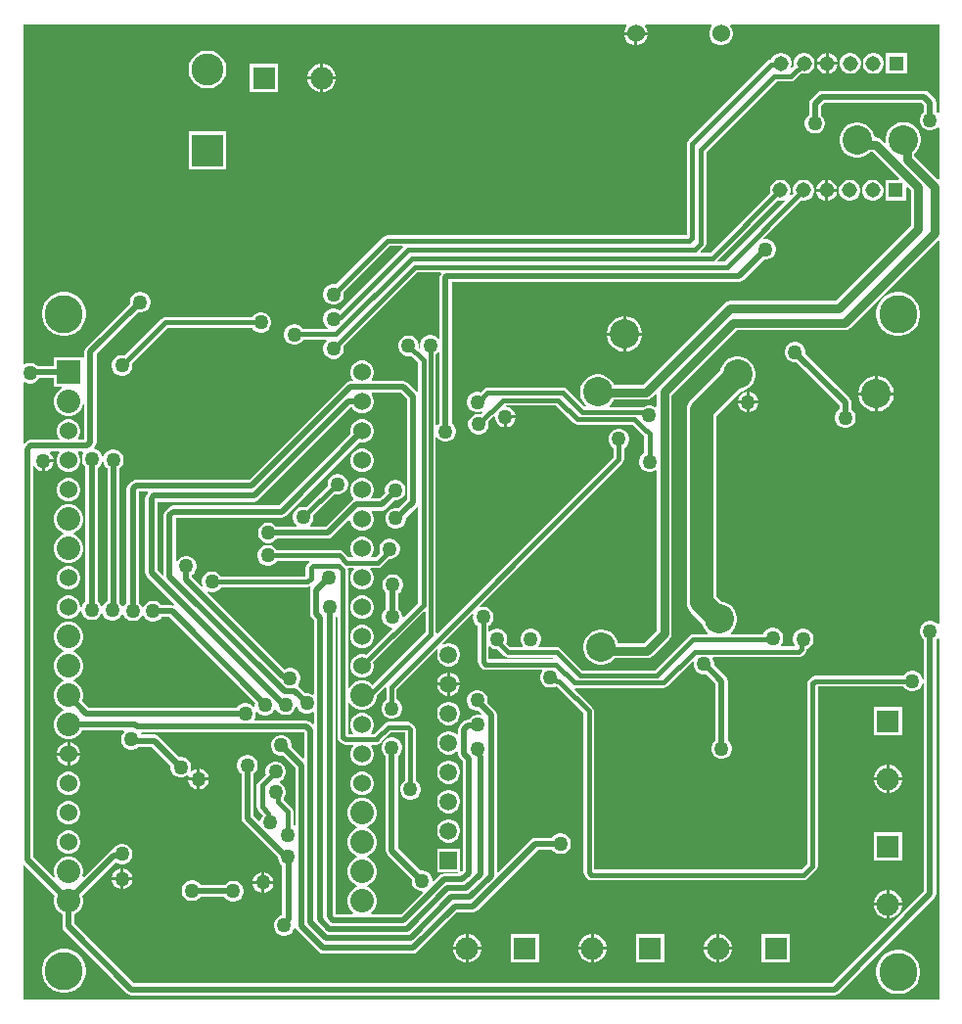
<source format=gbl>
G04*
G04 #@! TF.GenerationSoftware,Altium Limited,Altium Designer,22.9.1 (49)*
G04*
G04 Layer_Physical_Order=2*
G04 Layer_Color=16711680*
%FSLAX44Y44*%
%MOMM*%
G71*
G04*
G04 #@! TF.SameCoordinates,66478680-C35E-4369-986B-202EB0108B9E*
G04*
G04*
G04 #@! TF.FilePolarity,Positive*
G04*
G01*
G75*
%ADD13C,0.2540*%
%ADD64C,0.7620*%
%ADD65C,0.5080*%
%ADD66C,0.3810*%
%ADD69C,2.0320*%
%ADD74C,1.5240*%
%ADD75C,2.0320*%
%ADD76R,2.0320X2.0320*%
%ADD77C,3.3000*%
%ADD78C,1.3080*%
%ADD79R,1.3080X1.3080*%
%ADD80C,2.7750*%
%ADD81R,2.7750X2.7750*%
%ADD82C,1.5000*%
%ADD83R,1.5000X1.5000*%
%ADD84C,1.9500*%
%ADD85R,1.9500X1.9500*%
%ADD86R,1.9500X1.9500*%
%ADD87C,1.2700*%
%ADD88C,2.5400*%
G36*
X1097365Y1167443D02*
X1096095Y1166917D01*
X1095119Y1167894D01*
X1094839Y1168055D01*
Y1176020D01*
X1094445Y1178002D01*
X1093323Y1179682D01*
X1088242Y1184762D01*
X1086562Y1185885D01*
X1084580Y1186280D01*
X996100D01*
X994118Y1185885D01*
X992438Y1184762D01*
X986338Y1178662D01*
X985215Y1176982D01*
X984820Y1175000D01*
Y1165275D01*
X984541Y1165114D01*
X982886Y1163459D01*
X981716Y1161431D01*
X981110Y1159170D01*
Y1156830D01*
X981716Y1154569D01*
X982886Y1152541D01*
X984541Y1150886D01*
X986569Y1149716D01*
X988830Y1149110D01*
X991170D01*
X993431Y1149716D01*
X995459Y1150886D01*
X997114Y1152541D01*
X998284Y1154569D01*
X998890Y1156830D01*
Y1159170D01*
X998284Y1161431D01*
X997114Y1163459D01*
X995459Y1165114D01*
X995180Y1165275D01*
Y1172855D01*
X998245Y1175920D01*
X1082435D01*
X1084481Y1173875D01*
Y1168055D01*
X1084201Y1167894D01*
X1082546Y1166239D01*
X1081376Y1164211D01*
X1080770Y1161950D01*
Y1159610D01*
X1081376Y1157349D01*
X1082546Y1155321D01*
X1084201Y1153666D01*
X1086229Y1152496D01*
X1088490Y1151890D01*
X1090830D01*
X1093091Y1152496D01*
X1095119Y1153666D01*
X1096095Y1154643D01*
X1097365Y1154117D01*
Y1112250D01*
Y1109959D01*
X1096192Y1109473D01*
X1076071Y1129594D01*
Y1131932D01*
X1076309Y1132091D01*
X1078431Y1134214D01*
X1080099Y1136710D01*
X1081248Y1139483D01*
X1081834Y1142428D01*
Y1145430D01*
X1081248Y1148374D01*
X1080099Y1151148D01*
X1078431Y1153644D01*
X1076309Y1155766D01*
X1073813Y1157434D01*
X1071039Y1158583D01*
X1068095Y1159169D01*
X1065093D01*
X1062148Y1158583D01*
X1059375Y1157434D01*
X1056879Y1155766D01*
X1054756Y1153644D01*
X1053088Y1151148D01*
X1051939Y1148374D01*
X1051354Y1145430D01*
Y1142428D01*
X1051525Y1141568D01*
X1050354Y1140942D01*
X1047179Y1144118D01*
X1045078Y1145521D01*
X1042600Y1146014D01*
X1041629D01*
X1041237Y1147987D01*
X1040088Y1150760D01*
X1038420Y1153257D01*
X1036297Y1155379D01*
X1033801Y1157047D01*
X1031028Y1158196D01*
X1028083Y1158782D01*
X1025081D01*
X1022137Y1158196D01*
X1019363Y1157047D01*
X1016867Y1155379D01*
X1014745Y1153257D01*
X1013077Y1150760D01*
X1011928Y1147987D01*
X1011342Y1145042D01*
Y1142040D01*
X1011928Y1139096D01*
X1013077Y1136323D01*
X1014745Y1133827D01*
X1016867Y1131704D01*
X1019363Y1130036D01*
X1022137Y1128887D01*
X1025081Y1128301D01*
X1028083D01*
X1031028Y1128887D01*
X1033801Y1130036D01*
X1036297Y1131704D01*
X1037659Y1133065D01*
X1039919D01*
X1062701Y1110283D01*
X1062215Y1109110D01*
X1050970D01*
Y1090950D01*
X1069130D01*
Y1102195D01*
X1070304Y1102681D01*
X1073026Y1099959D01*
Y1069482D01*
X1008238Y1004694D01*
X916940D01*
X914462Y1004202D01*
X912362Y1002798D01*
X841360Y931796D01*
X816051D01*
X815638Y932795D01*
X813970Y935291D01*
X811847Y937414D01*
X809351Y939081D01*
X806577Y940230D01*
X803633Y940816D01*
X800631D01*
X797687Y940230D01*
X794913Y939081D01*
X792417Y937414D01*
X790294Y935291D01*
X788626Y932795D01*
X787478Y930021D01*
X786892Y927077D01*
Y924075D01*
X787478Y921131D01*
X788626Y918357D01*
X790294Y915861D01*
X791734Y914422D01*
X791256Y913165D01*
X790355Y913054D01*
X775137Y928273D01*
X773666Y929255D01*
X771932Y929600D01*
X706995D01*
X706994Y929600D01*
X705260Y929255D01*
X703790Y928273D01*
X700935Y925417D01*
X699170Y925890D01*
X696830D01*
X694569Y925284D01*
X692541Y924114D01*
X690886Y922459D01*
X689716Y920431D01*
X689110Y918170D01*
Y915830D01*
X689716Y913569D01*
X690886Y911541D01*
X692541Y909886D01*
X694569Y908716D01*
X696830Y908110D01*
X699170D01*
X701431Y908716D01*
X701760Y908906D01*
X702540Y907889D01*
X701204Y906553D01*
X700171Y906830D01*
X697830D01*
X695569Y906225D01*
X693542Y905054D01*
X691887Y903399D01*
X690716Y901372D01*
X690110Y899111D01*
Y896770D01*
X690716Y894509D01*
X691887Y892482D01*
X693542Y890827D01*
X695569Y889656D01*
X697830Y889050D01*
X700171D01*
X702432Y889656D01*
X704459Y890827D01*
X706114Y892482D01*
X707284Y894509D01*
X707890Y896770D01*
Y899111D01*
X707614Y900144D01*
X712093Y904624D01*
X713363Y904098D01*
Y902834D01*
X713969Y900573D01*
X715139Y898546D01*
X716795Y896890D01*
X718822Y895720D01*
X720983Y895141D01*
Y904004D01*
X722253D01*
Y905274D01*
X731116D01*
X730537Y907436D01*
X729367Y909463D01*
X727712Y911118D01*
X725685Y912288D01*
X723627Y912840D01*
X723227Y913464D01*
X722985Y914164D01*
X722999Y914186D01*
X765965D01*
X781401Y898749D01*
X782872Y897767D01*
X784606Y897422D01*
X784606Y897422D01*
X832073D01*
X837779Y891716D01*
X838340Y891341D01*
X842304Y887377D01*
Y873027D01*
X841377Y872492D01*
X839722Y870837D01*
X838552Y868809D01*
X837946Y866548D01*
Y864208D01*
X838552Y861947D01*
X839722Y859919D01*
X841377Y858264D01*
X843405Y857094D01*
X845666Y856488D01*
X848006D01*
X850267Y857094D01*
X851792Y857974D01*
X853062Y857336D01*
Y719218D01*
X842318Y708474D01*
X819847D01*
X819654Y709445D01*
X818505Y712219D01*
X816838Y714715D01*
X814715Y716838D01*
X812219Y718505D01*
X809445Y719654D01*
X806501Y720240D01*
X803499D01*
X800555Y719654D01*
X797781Y718505D01*
X795285Y716838D01*
X793162Y714715D01*
X791495Y712219D01*
X790346Y709445D01*
X789760Y706501D01*
Y703499D01*
X790346Y700555D01*
X791495Y697781D01*
X793162Y695285D01*
X795285Y693162D01*
X797781Y691495D01*
X800555Y690346D01*
X803499Y689760D01*
X806501D01*
X809445Y690346D01*
X812219Y691495D01*
X814715Y693162D01*
X816838Y695285D01*
X816998Y695526D01*
X845000D01*
X847478Y696018D01*
X849578Y697422D01*
X864114Y711958D01*
X865518Y714058D01*
X866010Y716536D01*
Y922894D01*
X922162Y979046D01*
X1016000D01*
X1018478Y979538D01*
X1020578Y980942D01*
X1096192Y1056556D01*
X1097365Y1056070D01*
Y962890D01*
Y725483D01*
X1096095Y724957D01*
X1095119Y725934D01*
X1093091Y727104D01*
X1090830Y727710D01*
X1088490D01*
X1086229Y727104D01*
X1084201Y725934D01*
X1082546Y724279D01*
X1081376Y722251D01*
X1080770Y719990D01*
Y717650D01*
X1081376Y715389D01*
X1082546Y713361D01*
X1084201Y711706D01*
X1084481Y711545D01*
Y677349D01*
X1083211Y677182D01*
X1082704Y679071D01*
X1081534Y681099D01*
X1079879Y682754D01*
X1077851Y683924D01*
X1075590Y684530D01*
X1073250D01*
X1070989Y683924D01*
X1068961Y682754D01*
X1067306Y681099D01*
X1066771Y680172D01*
X990292D01*
X988558Y679827D01*
X987087Y678845D01*
X984855Y676613D01*
X983873Y675143D01*
X983528Y673408D01*
Y517497D01*
X978563Y512532D01*
X798790D01*
Y649673D01*
X798445Y651407D01*
X797463Y652877D01*
X797463Y652877D01*
X782026Y668314D01*
X782552Y669584D01*
X859116D01*
X860850Y669929D01*
X862321Y670911D01*
X884274Y692865D01*
X885413Y692208D01*
X885190Y691375D01*
Y689035D01*
X885796Y686774D01*
X886966Y684746D01*
X888621Y683091D01*
X890649Y681921D01*
X892910Y681315D01*
X895250D01*
X896094Y681541D01*
X904140Y673495D01*
Y624495D01*
X903861Y624334D01*
X902206Y622679D01*
X901036Y620651D01*
X900430Y618390D01*
Y616050D01*
X901036Y613789D01*
X902206Y611761D01*
X903861Y610106D01*
X905889Y608936D01*
X908150Y608330D01*
X910490D01*
X912751Y608936D01*
X914779Y610106D01*
X916434Y611761D01*
X917604Y613789D01*
X918210Y616050D01*
Y618390D01*
X917604Y620651D01*
X916434Y622679D01*
X914779Y624334D01*
X914500Y624495D01*
Y675640D01*
X914105Y677622D01*
X912982Y679303D01*
X902970Y689315D01*
Y691375D01*
X902364Y693636D01*
X901463Y695198D01*
X902073Y696468D01*
X976094D01*
X977828Y696813D01*
X979298Y697795D01*
X981530Y700027D01*
X982513Y701497D01*
X982858Y703232D01*
Y703562D01*
X983431Y703716D01*
X985459Y704886D01*
X987114Y706541D01*
X988284Y708569D01*
X988890Y710830D01*
Y713170D01*
X988284Y715431D01*
X987114Y717459D01*
X985459Y719114D01*
X983431Y720284D01*
X981170Y720890D01*
X978830D01*
X976569Y720284D01*
X974541Y719114D01*
X972886Y717459D01*
X971716Y715431D01*
X971110Y713170D01*
Y710830D01*
X971716Y708569D01*
X972736Y706802D01*
X972427Y705952D01*
X972100Y705532D01*
X960742D01*
X960216Y706802D01*
X960750Y707336D01*
X961921Y709364D01*
X962526Y711625D01*
Y713965D01*
X961921Y716226D01*
X960750Y718254D01*
X959095Y719909D01*
X957068Y721079D01*
X954807Y721685D01*
X952466D01*
X950205Y721079D01*
X948178Y719909D01*
X946523Y718254D01*
X945428Y716357D01*
X917830D01*
X917414Y717627D01*
X919242Y719455D01*
X920910Y721951D01*
X922058Y724725D01*
X922644Y727669D01*
Y730671D01*
X922058Y733615D01*
X920910Y736389D01*
X919242Y738885D01*
X917119Y741008D01*
X914623Y742675D01*
X911849Y743824D01*
X909421Y744307D01*
X904810Y748919D01*
Y904694D01*
X926217Y926101D01*
X927445Y926346D01*
X930219Y927495D01*
X932715Y929162D01*
X934838Y931285D01*
X936506Y933781D01*
X937654Y936555D01*
X938240Y939499D01*
Y942501D01*
X937654Y945445D01*
X936506Y948219D01*
X934838Y950715D01*
X932715Y952838D01*
X930219Y954505D01*
X927445Y955654D01*
X924501Y956240D01*
X921499D01*
X918555Y955654D01*
X915781Y954505D01*
X913285Y952838D01*
X911162Y950715D01*
X909494Y948219D01*
X908346Y945445D01*
X908101Y944217D01*
X882942Y919058D01*
X880907Y916405D01*
X879627Y913315D01*
X879190Y910000D01*
Y743613D01*
X879627Y740298D01*
X880907Y737208D01*
X882942Y734555D01*
X892744Y724754D01*
X892750Y724725D01*
X893898Y721951D01*
X895566Y719455D01*
X897394Y717627D01*
X896978Y716357D01*
X884825D01*
X883091Y716012D01*
X881620Y715030D01*
X851589Y684998D01*
X788515D01*
X769809Y703705D01*
X768338Y704687D01*
X766604Y705032D01*
X751510D01*
X751024Y706205D01*
X751356Y706538D01*
X752527Y708565D01*
X753133Y710826D01*
Y713167D01*
X752527Y715428D01*
X751356Y717455D01*
X749701Y719110D01*
X747674Y720281D01*
X745413Y720887D01*
X743072D01*
X740811Y720281D01*
X738784Y719110D01*
X737129Y717455D01*
X735958Y715428D01*
X735353Y713167D01*
Y710826D01*
X735958Y708565D01*
X737129Y706538D01*
X737461Y706205D01*
X736975Y705032D01*
X726317D01*
X723121Y708229D01*
X723317Y708569D01*
X723923Y710830D01*
Y713170D01*
X723317Y715431D01*
X722146Y717459D01*
X720491Y719114D01*
X718464Y720284D01*
X716203Y720890D01*
X713862D01*
X711601Y720284D01*
X709574Y719114D01*
X708802Y718342D01*
X707532Y718868D01*
Y723386D01*
X708541Y723969D01*
X710196Y725624D01*
X711366Y727651D01*
X711972Y729912D01*
Y732253D01*
X711366Y734514D01*
X710196Y736541D01*
X708541Y738196D01*
X706514Y739366D01*
X704253Y739972D01*
X701912D01*
X700909Y739704D01*
X700251Y740842D01*
X823625Y864215D01*
X824607Y865686D01*
X824952Y867420D01*
Y877287D01*
X825879Y877822D01*
X827534Y879477D01*
X828704Y881505D01*
X829310Y883766D01*
Y886106D01*
X828704Y888367D01*
X827534Y890395D01*
X825879Y892050D01*
X823851Y893220D01*
X821590Y893826D01*
X819250D01*
X816989Y893220D01*
X814961Y892050D01*
X813306Y890395D01*
X812136Y888367D01*
X811530Y886106D01*
Y883766D01*
X812136Y881505D01*
X813306Y879477D01*
X814961Y877822D01*
X815888Y877287D01*
Y869297D01*
X663408Y716817D01*
X662138Y717343D01*
Y885807D01*
X663408Y886148D01*
X663446Y886081D01*
X665101Y884426D01*
X667129Y883256D01*
X669390Y882650D01*
X671730D01*
X673991Y883256D01*
X676019Y884426D01*
X677674Y886081D01*
X678844Y888109D01*
X679450Y890370D01*
Y892710D01*
X678844Y894971D01*
X677674Y896999D01*
X676019Y898654D01*
X675740Y898815D01*
Y1020981D01*
X924560D01*
X926542Y1021375D01*
X928223Y1022497D01*
X945938Y1040213D01*
X946250Y1040130D01*
X948590D01*
X950851Y1040736D01*
X952879Y1041906D01*
X954534Y1043561D01*
X955704Y1045589D01*
X956310Y1047850D01*
Y1050190D01*
X955704Y1052451D01*
X954534Y1054479D01*
X952879Y1056134D01*
X950851Y1057304D01*
X948590Y1057910D01*
X946250D01*
X946095Y1057868D01*
X945437Y1059007D01*
X977691Y1091262D01*
X978855Y1090950D01*
X981246D01*
X983555Y1091569D01*
X985626Y1092764D01*
X987316Y1094455D01*
X988512Y1096525D01*
X989130Y1098834D01*
Y1101225D01*
X988512Y1103534D01*
X987316Y1105605D01*
X985626Y1107296D01*
X983555Y1108491D01*
X981246Y1109110D01*
X978855D01*
X976546Y1108491D01*
X974475Y1107296D01*
X972785Y1105605D01*
X971589Y1103534D01*
X970971Y1101225D01*
Y1098834D01*
X971282Y1097671D01*
X969628Y1096017D01*
X969140Y1096239D01*
X968575Y1096759D01*
X969130Y1098834D01*
Y1101225D01*
X968512Y1103534D01*
X967316Y1105605D01*
X965626Y1107296D01*
X963555Y1108491D01*
X961246Y1109110D01*
X958855D01*
X956546Y1108491D01*
X954475Y1107296D01*
X952785Y1105605D01*
X951589Y1103534D01*
X950971Y1101225D01*
Y1098834D01*
X951282Y1097671D01*
X899543Y1045932D01*
X891441D01*
X890955Y1047105D01*
X894745Y1050895D01*
X894745Y1050895D01*
X895727Y1052366D01*
X896072Y1054100D01*
X896072Y1054100D01*
Y1133503D01*
X956917Y1194348D01*
X969442D01*
X971177Y1194693D01*
X972647Y1195675D01*
X978234Y1201263D01*
X979398Y1200951D01*
X981789D01*
X984098Y1201570D01*
X986169Y1202765D01*
X987859Y1204456D01*
X989055Y1206526D01*
X989673Y1208836D01*
Y1211227D01*
X989055Y1213536D01*
X987859Y1215606D01*
X986169Y1217297D01*
X984098Y1218492D01*
X981789Y1219111D01*
X979398D01*
X977089Y1218492D01*
X975018Y1217297D01*
X973328Y1215606D01*
X972132Y1213536D01*
X971513Y1211227D01*
Y1208836D01*
X971825Y1207672D01*
X970171Y1206018D01*
X969683Y1206240D01*
X969117Y1206760D01*
X969673Y1208836D01*
Y1211227D01*
X969055Y1213536D01*
X967859Y1215606D01*
X966169Y1217297D01*
X964098Y1218492D01*
X961789Y1219111D01*
X959398D01*
X957089Y1218492D01*
X955018Y1217297D01*
X953328Y1215606D01*
X952132Y1213536D01*
X952068Y1213297D01*
X950529Y1212991D01*
X949059Y1212008D01*
X949059Y1212008D01*
X880715Y1143665D01*
X879733Y1142194D01*
X879388Y1140460D01*
Y1061172D01*
X620014D01*
X620014Y1061172D01*
X618280Y1060827D01*
X616809Y1059845D01*
X575736Y1018771D01*
X574702Y1019048D01*
X572362D01*
X570101Y1018442D01*
X568073Y1017272D01*
X566418Y1015617D01*
X565248Y1013589D01*
X564642Y1011328D01*
Y1008988D01*
X565248Y1006727D01*
X566418Y1004699D01*
X568073Y1003044D01*
X570101Y1001874D01*
X572362Y1001268D01*
X574702D01*
X576963Y1001874D01*
X578991Y1003044D01*
X580646Y1004699D01*
X581816Y1006727D01*
X582422Y1008988D01*
Y1011328D01*
X582145Y1012362D01*
X621891Y1052108D01*
X633321D01*
X633807Y1050935D01*
X578879Y996006D01*
X576950Y997119D01*
X574689Y997725D01*
X572348D01*
X570087Y997119D01*
X568060Y995949D01*
X566405Y994294D01*
X565235Y992267D01*
X564629Y990006D01*
Y987665D01*
X565235Y985404D01*
X566405Y983377D01*
X568060Y981721D01*
X568589Y981416D01*
X568249Y980146D01*
X547252D01*
X546864Y980819D01*
X545209Y982474D01*
X543181Y983644D01*
X540920Y984250D01*
X538580D01*
X536319Y983644D01*
X534291Y982474D01*
X532636Y980819D01*
X531466Y978791D01*
X530860Y976530D01*
Y974190D01*
X531466Y971929D01*
X532636Y969901D01*
X534291Y968246D01*
X536319Y967076D01*
X538580Y966470D01*
X540920D01*
X543181Y967076D01*
X545209Y968246D01*
X546864Y969901D01*
X547545Y971082D01*
X567077D01*
X567604Y969812D01*
X566418Y968627D01*
X565248Y966599D01*
X564642Y964338D01*
Y961998D01*
X565248Y959737D01*
X566418Y957709D01*
X568073Y956054D01*
X570101Y954884D01*
X572362Y954278D01*
X574702D01*
X576963Y954884D01*
X578991Y956054D01*
X580646Y957709D01*
X581816Y959737D01*
X582422Y961998D01*
Y964338D01*
X582145Y965372D01*
X646021Y1029248D01*
X666152D01*
X666659Y1027978D01*
X665775Y1026654D01*
X665380Y1024672D01*
Y972278D01*
X664110Y971776D01*
X662811Y973076D01*
X660783Y974246D01*
X658522Y974852D01*
X656182D01*
X653921Y974246D01*
X651893Y973076D01*
X650238Y971421D01*
X649068Y969393D01*
X648462Y967132D01*
Y964792D01*
X648763Y963669D01*
X647628Y963028D01*
X646961Y963676D01*
X647192Y964538D01*
Y966878D01*
X646586Y969139D01*
X645416Y971167D01*
X643761Y972822D01*
X641733Y973992D01*
X639472Y974598D01*
X637132D01*
X634871Y973992D01*
X632843Y972822D01*
X631188Y971167D01*
X630018Y969139D01*
X629412Y966878D01*
Y964538D01*
X630018Y962277D01*
X631188Y960249D01*
X632843Y958594D01*
X634871Y957424D01*
X637132Y956818D01*
X639472D01*
X640506Y957095D01*
X646724Y950877D01*
Y926229D01*
X645454Y925703D01*
X637534Y933623D01*
X635854Y934745D01*
X633872Y935140D01*
X606807D01*
X606321Y936313D01*
X606430Y936422D01*
X607768Y938738D01*
X608460Y941322D01*
Y943998D01*
X607768Y946582D01*
X606430Y948898D01*
X604538Y950790D01*
X602222Y952128D01*
X599638Y952820D01*
X596963D01*
X594378Y952128D01*
X592062Y950790D01*
X590170Y948898D01*
X588832Y946582D01*
X588140Y943998D01*
Y941322D01*
X588832Y938738D01*
X590170Y936422D01*
X590279Y936313D01*
X589793Y935140D01*
X587968D01*
X585986Y934745D01*
X584305Y933623D01*
X500666Y849984D01*
X402772D01*
X400790Y849589D01*
X399109Y848466D01*
X399109Y848466D01*
X396133Y845491D01*
X395011Y843810D01*
X394617Y841828D01*
Y743621D01*
X394337Y743460D01*
X392682Y741805D01*
X391849Y740361D01*
X391149Y740320D01*
X390446Y740472D01*
X389384Y742313D01*
X388212Y743485D01*
Y859627D01*
X388491Y859788D01*
X390146Y861443D01*
X391316Y863471D01*
X391922Y865732D01*
Y868072D01*
X391316Y870333D01*
X390146Y872361D01*
X388491Y874016D01*
X386463Y875186D01*
X384202Y875792D01*
X381862D01*
X379601Y875186D01*
X377573Y874016D01*
X375918Y872361D01*
X374748Y870333D01*
X374682Y870086D01*
X373367D01*
X373028Y871349D01*
X371858Y873377D01*
X370203Y875032D01*
X368175Y876202D01*
X366781Y876576D01*
X366401Y877992D01*
X366882Y878473D01*
X366883Y878473D01*
X368005Y880154D01*
X368400Y882136D01*
Y958229D01*
X404664Y994493D01*
X404976Y994410D01*
X407316D01*
X409577Y995016D01*
X411605Y996186D01*
X413260Y997841D01*
X414430Y999869D01*
X415036Y1002130D01*
Y1004470D01*
X414430Y1006731D01*
X413260Y1008759D01*
X411605Y1010414D01*
X409577Y1011584D01*
X407316Y1012190D01*
X404976D01*
X402715Y1011584D01*
X400687Y1010414D01*
X399032Y1008759D01*
X397862Y1006731D01*
X397256Y1004470D01*
Y1002130D01*
X397339Y1001818D01*
X359557Y964036D01*
X358435Y962356D01*
X358041Y960374D01*
Y955914D01*
X357000Y955360D01*
X331600D01*
Y947840D01*
X317893D01*
X316619Y949114D01*
X314592Y950284D01*
X312330Y950890D01*
X309990D01*
X307729Y950284D01*
X306155Y949375D01*
X304885Y949977D01*
Y1243255D01*
X826670D01*
X827156Y1242082D01*
X827022Y1241948D01*
X825684Y1239632D01*
X824992Y1237048D01*
Y1236980D01*
X835152D01*
X845312D01*
Y1237048D01*
X844620Y1239632D01*
X843282Y1241948D01*
X843148Y1242082D01*
X843634Y1243255D01*
X900330D01*
X900816Y1242082D01*
X900682Y1241948D01*
X899344Y1239632D01*
X898652Y1237048D01*
Y1234372D01*
X899344Y1231788D01*
X900682Y1229472D01*
X902574Y1227580D01*
X904890Y1226242D01*
X907474Y1225550D01*
X910150D01*
X912734Y1226242D01*
X915050Y1227580D01*
X916942Y1229472D01*
X918280Y1231788D01*
X918972Y1234372D01*
Y1237048D01*
X918280Y1239632D01*
X916942Y1241948D01*
X916784Y1242106D01*
X917270Y1243280D01*
X1097365D01*
Y1167443D01*
D02*
G37*
G36*
X963841Y1090940D02*
X964063Y1090452D01*
X911923Y1038312D01*
X906402D01*
X905915Y1039485D01*
X957692Y1091262D01*
X958855Y1090950D01*
X961246D01*
X963321Y1091506D01*
X963841Y1090940D01*
D02*
G37*
G36*
X331600Y929960D02*
X338357D01*
X338697Y928690D01*
X336502Y927423D01*
X334137Y925058D01*
X332466Y922162D01*
X331600Y918932D01*
Y915588D01*
X332466Y912358D01*
X334137Y909462D01*
X336502Y907097D01*
X339398Y905425D01*
X342628Y904560D01*
X345972D01*
X349202Y905425D01*
X352098Y907097D01*
X354463Y909462D01*
X356134Y912358D01*
X356771Y914731D01*
X358041Y914564D01*
Y884340D01*
X352807D01*
X352321Y885513D01*
X352430Y885622D01*
X353768Y887938D01*
X354460Y890523D01*
Y893198D01*
X353768Y895782D01*
X352430Y898098D01*
X350538Y899990D01*
X348222Y901328D01*
X345638Y902020D01*
X342962D01*
X340378Y901328D01*
X338062Y899990D01*
X336170Y898098D01*
X334832Y895782D01*
X334140Y893198D01*
Y890523D01*
X334832Y887938D01*
X336170Y885622D01*
X336279Y885513D01*
X335793Y884340D01*
X311332D01*
X309350Y883945D01*
X307669Y882822D01*
X307669Y882822D01*
X306058Y881211D01*
X304885Y881697D01*
Y934023D01*
X306155Y934624D01*
X307729Y933716D01*
X309990Y933110D01*
X312330D01*
X314592Y933716D01*
X316619Y934886D01*
X318274Y936541D01*
X318816Y937480D01*
X331600D01*
Y929960D01*
D02*
G37*
G36*
X853062Y923526D02*
Y912967D01*
X851792Y912514D01*
X850013Y913540D01*
X847752Y914146D01*
X845412D01*
X843151Y913540D01*
X841725Y912717D01*
X841128Y912836D01*
X812735D01*
X812215Y914106D01*
X813970Y915861D01*
X815638Y918357D01*
X815841Y918848D01*
X844042D01*
X846520Y919340D01*
X848620Y920744D01*
X851888Y924012D01*
X853062Y923526D01*
D02*
G37*
G36*
X637187Y919320D02*
Y832725D01*
X629463Y825002D01*
X628550Y825246D01*
X626210D01*
X623949Y824640D01*
X621921Y823470D01*
X620266Y821815D01*
X619096Y819787D01*
X618490Y817526D01*
Y815186D01*
X619096Y812925D01*
X620266Y810897D01*
X621921Y809242D01*
X623949Y808072D01*
X626210Y807466D01*
X628550D01*
X630811Y808072D01*
X632839Y809242D01*
X634494Y810897D01*
X635664Y812925D01*
X636270Y815186D01*
Y817159D01*
X645454Y826343D01*
X646724Y825817D01*
Y743493D01*
X634314Y731084D01*
X633045Y731610D01*
Y732360D01*
X632439Y734621D01*
X631268Y736648D01*
X629613Y738303D01*
X629334Y738464D01*
Y751428D01*
X630045Y751838D01*
X631700Y753493D01*
X632870Y755521D01*
X633476Y757782D01*
Y760122D01*
X632870Y762383D01*
X631700Y764411D01*
X630045Y766066D01*
X628017Y767236D01*
X625756Y767842D01*
X623416D01*
X621155Y767236D01*
X619127Y766066D01*
X617472Y764411D01*
X616302Y762383D01*
X615696Y760122D01*
Y757782D01*
X616302Y755521D01*
X617472Y753493D01*
X618975Y751991D01*
Y738464D01*
X618696Y738303D01*
X617041Y736648D01*
X615870Y734621D01*
X615265Y732360D01*
Y730019D01*
X615870Y727758D01*
X617041Y725731D01*
X618696Y724076D01*
X620723Y722905D01*
X622984Y722299D01*
X623734D01*
X624260Y721030D01*
X601541Y698310D01*
X599638Y698820D01*
X596963D01*
X594378Y698128D01*
X592062Y696790D01*
X590170Y694898D01*
X588832Y692582D01*
X588140Y689998D01*
Y687322D01*
X588832Y684738D01*
X590170Y682422D01*
X592062Y680530D01*
X594378Y679192D01*
X596963Y678500D01*
X599638D01*
X602222Y679192D01*
X604538Y680530D01*
X606430Y682422D01*
X607768Y684738D01*
X608460Y687322D01*
Y689998D01*
X607950Y691901D01*
X651901Y735851D01*
X653074Y735365D01*
Y718157D01*
X607219Y672302D01*
X606098Y673423D01*
X603202Y675095D01*
X599972Y675960D01*
X596628D01*
X593398Y675095D01*
X590502Y673423D01*
X588138Y671058D01*
X587282Y669577D01*
X586012Y669917D01*
Y772250D01*
X585965Y772488D01*
X586771Y773470D01*
X590746D01*
X591272Y772200D01*
X590170Y771098D01*
X588832Y768782D01*
X588140Y766198D01*
Y763522D01*
X588832Y760938D01*
X590170Y758622D01*
X592062Y756730D01*
X594378Y755392D01*
X596963Y754700D01*
X599638D01*
X602222Y755392D01*
X604538Y756730D01*
X606430Y758622D01*
X607768Y760938D01*
X608460Y763522D01*
Y766198D01*
X607768Y768782D01*
X606430Y771098D01*
X605329Y772200D01*
X605855Y773470D01*
X611886D01*
X613620Y773815D01*
X615091Y774797D01*
X621403Y781110D01*
X623170D01*
X625431Y781716D01*
X627459Y782886D01*
X629114Y784541D01*
X630284Y786569D01*
X630890Y788830D01*
Y791170D01*
X630284Y793431D01*
X629114Y795459D01*
X627459Y797114D01*
X625431Y798284D01*
X623170Y798890D01*
X620830D01*
X618569Y798284D01*
X616541Y797114D01*
X614886Y795459D01*
X613716Y793431D01*
X613110Y791170D01*
Y788830D01*
X613716Y786569D01*
X613836Y786361D01*
X610009Y782534D01*
X606602D01*
X606116Y783707D01*
X606430Y784022D01*
X607768Y786338D01*
X608460Y788923D01*
Y791598D01*
X607768Y794182D01*
X606430Y796498D01*
X604538Y798390D01*
X602222Y799728D01*
X599638Y800420D01*
X596963D01*
X594378Y799728D01*
X592062Y798390D01*
X590170Y796498D01*
X588832Y794182D01*
X588140Y791598D01*
Y788923D01*
X588832Y786338D01*
X590170Y784022D01*
X590484Y783707D01*
X589998Y782534D01*
X586585D01*
X581563Y787557D01*
X580092Y788539D01*
X578358Y788884D01*
X524285D01*
X523750Y789811D01*
X522095Y791466D01*
X520067Y792636D01*
X517806Y793242D01*
X515466D01*
X513205Y792636D01*
X511177Y791466D01*
X509522Y789811D01*
X508352Y787783D01*
X507746Y785522D01*
Y783182D01*
X508352Y780921D01*
X509522Y778893D01*
X511177Y777238D01*
X513205Y776068D01*
X515466Y775462D01*
X517806D01*
X520067Y776068D01*
X522095Y777238D01*
X523750Y778893D01*
X524285Y779820D01*
X552204D01*
X552642Y778550D01*
X550720Y776628D01*
X549738Y775158D01*
X549393Y773423D01*
Y766109D01*
X549308Y766024D01*
X476279D01*
X475744Y766951D01*
X474089Y768606D01*
X472061Y769776D01*
X469800Y770382D01*
X467460D01*
X465199Y769776D01*
X463171Y768606D01*
X461516Y766951D01*
X460346Y764923D01*
X459740Y762662D01*
Y760322D01*
X460346Y758061D01*
X460429Y757916D01*
X459413Y757136D01*
X451180Y765370D01*
Y767725D01*
X451459Y767886D01*
X453114Y769541D01*
X454284Y771569D01*
X454890Y773830D01*
Y776170D01*
X454284Y778431D01*
X453114Y780459D01*
X451459Y782114D01*
X449431Y783284D01*
X447170Y783890D01*
X444830D01*
X442569Y783284D01*
X440541Y782114D01*
X438886Y780459D01*
X438250Y779356D01*
X436979Y779696D01*
Y817019D01*
X528638D01*
X530620Y817413D01*
X532300Y818536D01*
X595782Y882017D01*
X596963Y881700D01*
X599638D01*
X602222Y882392D01*
X604538Y883730D01*
X606430Y885622D01*
X607768Y887938D01*
X608460Y890523D01*
Y893198D01*
X607768Y895782D01*
X606430Y898098D01*
X604538Y899990D01*
X602222Y901328D01*
X599638Y902020D01*
X596963D01*
X594378Y901328D01*
X592062Y899990D01*
X590170Y898098D01*
X588832Y895782D01*
X588140Y893198D01*
Y890523D01*
X588456Y889342D01*
X526493Y827377D01*
X434776D01*
X432794Y826983D01*
X431113Y825861D01*
X431113Y825860D01*
X428138Y822885D01*
X427015Y821204D01*
X426620Y819222D01*
Y767664D01*
X425350Y767139D01*
X420978Y771511D01*
Y830734D01*
X504698D01*
X506680Y831129D01*
X508360Y832252D01*
X588190Y912081D01*
X589559D01*
X590170Y911022D01*
X592062Y909130D01*
X594378Y907792D01*
X596963Y907100D01*
X599638D01*
X602222Y907792D01*
X604538Y909130D01*
X606430Y911022D01*
X607768Y913338D01*
X608460Y915922D01*
Y918598D01*
X607768Y921182D01*
X606430Y923498D01*
X606321Y923607D01*
X606807Y924781D01*
X631726D01*
X637187Y919320D01*
D02*
G37*
G36*
X665380Y959646D02*
Y898815D01*
X665101Y898654D01*
X663446Y896999D01*
X663408Y896933D01*
X662138Y897273D01*
Y958460D01*
X662811Y958848D01*
X664110Y960148D01*
X665380Y959646D01*
D02*
G37*
G36*
X357246Y872710D02*
X356460Y871349D01*
X355854Y869088D01*
Y866748D01*
X356460Y864487D01*
X357630Y862459D01*
X359057Y861033D01*
Y744637D01*
X358777Y744476D01*
X357122Y742821D01*
X355952Y740793D01*
X355730Y739966D01*
X354460Y740133D01*
Y740798D01*
X353768Y743382D01*
X352430Y745698D01*
X350538Y747590D01*
X348222Y748928D01*
X345638Y749620D01*
X342962D01*
X340378Y748928D01*
X338062Y747590D01*
X336170Y745698D01*
X334832Y743382D01*
X334140Y740798D01*
Y738122D01*
X334832Y735538D01*
X336170Y733222D01*
X338062Y731330D01*
X340378Y729992D01*
X342962Y729300D01*
X345638D01*
X348222Y729992D01*
X350538Y731330D01*
X352430Y733222D01*
X353768Y735538D01*
X354076Y736689D01*
X355346Y736522D01*
Y736192D01*
X355952Y733931D01*
X357122Y731903D01*
X358777Y730248D01*
X360805Y729078D01*
X363066Y728472D01*
X365406D01*
X367667Y729078D01*
X369695Y730248D01*
X371350Y731903D01*
X372520Y733931D01*
X372528Y733958D01*
X373842D01*
X373986Y733423D01*
X375156Y731395D01*
X376811Y729740D01*
X378839Y728570D01*
X381100Y727964D01*
X383440D01*
X385701Y728570D01*
X387729Y729740D01*
X389384Y731395D01*
X390217Y732839D01*
X390917Y732880D01*
X391620Y732728D01*
X392682Y730887D01*
X394337Y729232D01*
X396365Y728062D01*
X398626Y727456D01*
X400966D01*
X403227Y728062D01*
X405255Y729232D01*
X406910Y730887D01*
X407790Y732412D01*
X408249Y732503D01*
X409194Y732389D01*
X410208Y730633D01*
X411863Y728978D01*
X413891Y727808D01*
X416152Y727202D01*
X418492D01*
X420753Y727808D01*
X422781Y728978D01*
X424436Y730633D01*
X424597Y730912D01*
X431433D01*
X505604Y656741D01*
X505379Y655901D01*
Y653972D01*
X504155Y653450D01*
X502791Y654814D01*
X500763Y655984D01*
X498502Y656590D01*
X496162D01*
X493901Y655984D01*
X491873Y654814D01*
X490218Y653159D01*
X490057Y652879D01*
X362006D01*
X356217Y658668D01*
X357000Y661588D01*
Y664932D01*
X356134Y668162D01*
X354463Y671058D01*
X352098Y673423D01*
X349202Y675095D01*
X348342Y675325D01*
Y676595D01*
X349202Y676825D01*
X352098Y678497D01*
X354463Y680862D01*
X356134Y683758D01*
X357000Y686988D01*
Y690332D01*
X356134Y693562D01*
X354463Y696458D01*
X352098Y698823D01*
X349202Y700495D01*
X348342Y700725D01*
Y701995D01*
X349202Y702225D01*
X352098Y703897D01*
X354463Y706262D01*
X356134Y709158D01*
X357000Y712388D01*
Y715732D01*
X356134Y718962D01*
X354463Y721858D01*
X352098Y724223D01*
X349202Y725894D01*
X345972Y726760D01*
X342628D01*
X339398Y725894D01*
X336502Y724223D01*
X334137Y721858D01*
X332466Y718962D01*
X331600Y715732D01*
Y712388D01*
X332466Y709158D01*
X334137Y706262D01*
X336502Y703897D01*
X339398Y702225D01*
X340258Y701995D01*
Y700725D01*
X339398Y700495D01*
X336502Y698823D01*
X334137Y696458D01*
X332466Y693562D01*
X331600Y690332D01*
Y686988D01*
X332466Y683758D01*
X334137Y680862D01*
X336502Y678497D01*
X339398Y676825D01*
X340258Y676595D01*
Y675325D01*
X339398Y675095D01*
X336502Y673423D01*
X334137Y671058D01*
X332466Y668162D01*
X331600Y664932D01*
Y661588D01*
X332466Y658358D01*
X334137Y655462D01*
X336502Y653098D01*
X339398Y651425D01*
X340258Y651195D01*
Y649925D01*
X339398Y649695D01*
X336502Y648023D01*
X334137Y645658D01*
X332466Y642762D01*
X331600Y639532D01*
Y636188D01*
X332466Y632958D01*
X334137Y630062D01*
X336502Y627697D01*
X339398Y626026D01*
X342628Y625160D01*
X345972D01*
X349202Y626026D01*
X352098Y627697D01*
X354463Y630062D01*
X355974Y632681D01*
X391612D01*
X392138Y631410D01*
X391462Y630735D01*
X390292Y628708D01*
X389686Y626447D01*
Y624106D01*
X390292Y621845D01*
X391462Y619818D01*
X393118Y618162D01*
X395145Y616992D01*
X397406Y616386D01*
X399747D01*
X402008Y616992D01*
X404035Y618162D01*
X404771Y618899D01*
X416447D01*
X432704Y602641D01*
X432620Y602330D01*
Y599989D01*
X433226Y597728D01*
X434397Y595701D01*
X436052Y594046D01*
X438079Y592876D01*
X440340Y592270D01*
X442681D01*
X444942Y592876D01*
X446969Y594046D01*
X447069Y594146D01*
X448208Y593489D01*
X447829Y592074D01*
X455422D01*
Y599667D01*
X453261Y599088D01*
X451233Y597918D01*
X451133Y597818D01*
X449995Y598475D01*
X450400Y599989D01*
Y602330D01*
X449795Y604591D01*
X448624Y606618D01*
X446969Y608273D01*
X444942Y609444D01*
X442681Y610050D01*
X440340D01*
X440029Y609966D01*
X422254Y627741D01*
X420574Y628863D01*
X418592Y629258D01*
X407359D01*
X407034Y629821D01*
X407767Y631091D01*
X548032D01*
Y609286D01*
X546859Y608800D01*
X537127Y618532D01*
X537210Y618844D01*
Y621184D01*
X536604Y623445D01*
X535434Y625473D01*
X533779Y627128D01*
X531751Y628298D01*
X529490Y628904D01*
X527150D01*
X524889Y628298D01*
X522861Y627128D01*
X521206Y625473D01*
X520036Y623445D01*
X519430Y621184D01*
Y618844D01*
X520036Y616583D01*
X521206Y614555D01*
X522861Y612900D01*
X524889Y611730D01*
X527150Y611124D01*
X529490D01*
X529802Y611207D01*
X540412Y600597D01*
Y551298D01*
X539142Y550594D01*
X538694Y550874D01*
Y562610D01*
X538694Y562610D01*
X538349Y564344D01*
X537367Y565815D01*
X529937Y573245D01*
X530608Y573915D01*
X531778Y575943D01*
X532384Y578204D01*
Y580544D01*
X531778Y582805D01*
X530608Y584833D01*
X528953Y586488D01*
X527047Y587588D01*
X526944Y588264D01*
X527047Y588940D01*
X528953Y590040D01*
X530608Y591695D01*
X531778Y593723D01*
X532384Y595984D01*
Y598324D01*
X531778Y600585D01*
X530608Y602613D01*
X528953Y604268D01*
X526925Y605438D01*
X524664Y606044D01*
X522324D01*
X520063Y605438D01*
X518035Y604268D01*
X516380Y602613D01*
X515210Y600585D01*
X514604Y598324D01*
Y595984D01*
X514881Y594950D01*
X508351Y588421D01*
X507369Y586950D01*
X507024Y585216D01*
Y566928D01*
X507369Y565194D01*
X508351Y563723D01*
X512606Y559468D01*
X511808Y558671D01*
X510638Y556643D01*
X510175Y554916D01*
X508839Y554456D01*
X504290Y559005D01*
Y595467D01*
X504569Y595628D01*
X506224Y597283D01*
X507394Y599311D01*
X508000Y601572D01*
Y603912D01*
X507394Y606173D01*
X506224Y608201D01*
X504569Y609856D01*
X502541Y611026D01*
X500280Y611632D01*
X497940D01*
X495679Y611026D01*
X493651Y609856D01*
X491996Y608201D01*
X490826Y606173D01*
X490220Y603912D01*
Y601572D01*
X490826Y599311D01*
X491996Y597283D01*
X493651Y595628D01*
X493931Y595467D01*
Y556860D01*
X494325Y554877D01*
X495448Y553197D01*
X525272Y523373D01*
Y522324D01*
X525878Y520063D01*
X527048Y518035D01*
X528703Y516380D01*
X529236Y516073D01*
Y473081D01*
X527429Y472596D01*
X525401Y471426D01*
X523746Y469771D01*
X522576Y467743D01*
X521970Y465482D01*
Y463142D01*
X522576Y460881D01*
X523746Y458853D01*
X525401Y457198D01*
X527429Y456028D01*
X529690Y455422D01*
X532030D01*
X534291Y456028D01*
X536319Y457198D01*
X537974Y458853D01*
X539144Y460881D01*
X539491Y462176D01*
X540795Y462133D01*
X540807Y462073D01*
X541930Y460392D01*
X560984Y441338D01*
X562665Y440215D01*
X564647Y439821D01*
X642329D01*
X644311Y440215D01*
X645991Y441338D01*
X680474Y475821D01*
X694180D01*
X696162Y476215D01*
X697842Y477337D01*
X750325Y529821D01*
X762725D01*
X762886Y529541D01*
X764541Y527886D01*
X766569Y526716D01*
X768830Y526110D01*
X771170D01*
X773431Y526716D01*
X775459Y527886D01*
X777114Y529541D01*
X778284Y531569D01*
X778890Y533830D01*
Y536170D01*
X778284Y538431D01*
X777114Y540459D01*
X775459Y542114D01*
X773431Y543284D01*
X771170Y543890D01*
X768830D01*
X766569Y543284D01*
X764541Y542114D01*
X762886Y540459D01*
X762725Y540179D01*
X748179D01*
X746197Y539785D01*
X744517Y538662D01*
X716029Y510174D01*
X714855Y510660D01*
Y646488D01*
X714461Y648471D01*
X713338Y650151D01*
X706630Y656859D01*
X706890Y657830D01*
Y660170D01*
X706284Y662431D01*
X705114Y664459D01*
X703459Y666114D01*
X701431Y667284D01*
X699170Y667890D01*
X696830D01*
X694569Y667284D01*
X692541Y666114D01*
X690886Y664459D01*
X689716Y662431D01*
X689110Y660170D01*
Y657830D01*
X689716Y655569D01*
X690886Y653541D01*
X692541Y651886D01*
X694569Y650716D01*
X696830Y650110D01*
X698729D01*
X701362Y647477D01*
X700705Y646339D01*
X699416Y646684D01*
X697076D01*
X694815Y646078D01*
X692787Y644908D01*
X691132Y643253D01*
X690454Y642077D01*
X689546D01*
X687564Y641683D01*
X685883Y640560D01*
X685883Y640560D01*
X682907Y637584D01*
X681785Y635904D01*
X681391Y633922D01*
Y630004D01*
X680120Y629478D01*
X679265Y630334D01*
X676975Y631656D01*
X674422Y632340D01*
X671778D01*
X669225Y631656D01*
X666935Y630334D01*
X665066Y628465D01*
X663744Y626175D01*
X663060Y623622D01*
Y620978D01*
X663744Y618425D01*
X665066Y616135D01*
X666935Y614266D01*
X669225Y612944D01*
X671778Y612260D01*
X674422D01*
X676975Y612944D01*
X679265Y614266D01*
X680120Y615122D01*
X681391Y614596D01*
Y612477D01*
X681785Y610495D01*
X682907Y608815D01*
X685201Y606522D01*
Y511753D01*
X684226Y510960D01*
X683140Y511410D01*
X683140Y511569D01*
X683140Y511569D01*
X683140Y511619D01*
Y530740D01*
X663060D01*
Y510660D01*
X681090D01*
X681769Y509390D01*
X681628Y509179D01*
X669000D01*
X667018Y508785D01*
X665338Y507663D01*
X660160Y502485D01*
X658890Y503011D01*
Y504170D01*
X658284Y506431D01*
X657114Y508459D01*
X655459Y510114D01*
X653431Y511284D01*
X651170Y511890D01*
X648830D01*
X648518Y511807D01*
X629179Y531145D01*
Y610725D01*
X629459Y610886D01*
X631114Y612541D01*
X632284Y614569D01*
X632890Y616830D01*
Y619170D01*
X632284Y621431D01*
X631114Y623459D01*
X629459Y625114D01*
X627431Y626284D01*
X625170Y626890D01*
X622830D01*
X620569Y626284D01*
X618541Y625114D01*
X616886Y623459D01*
X615716Y621431D01*
X615110Y619170D01*
Y616830D01*
X615716Y614569D01*
X616886Y612541D01*
X618541Y610886D01*
X618820Y610725D01*
Y529000D01*
X619215Y527018D01*
X620337Y525337D01*
X641193Y504482D01*
X641110Y504170D01*
Y501830D01*
X641716Y499569D01*
X642886Y497541D01*
X644541Y495886D01*
X646569Y494716D01*
X648830Y494110D01*
X649989D01*
X650515Y492840D01*
X631855Y474179D01*
X606465D01*
X606250Y475449D01*
X608463Y477662D01*
X610135Y480558D01*
X611000Y483788D01*
Y487132D01*
X610135Y490362D01*
X608463Y493258D01*
X606098Y495623D01*
X603202Y497295D01*
X602342Y497525D01*
Y498795D01*
X603202Y499025D01*
X606098Y500698D01*
X608463Y503062D01*
X610135Y505958D01*
X611000Y509188D01*
Y512532D01*
X610135Y515762D01*
X608463Y518658D01*
X606098Y521023D01*
X603202Y522695D01*
X602342Y522925D01*
Y524195D01*
X603202Y524426D01*
X606098Y526097D01*
X608463Y528462D01*
X610135Y531358D01*
X611000Y534588D01*
Y537932D01*
X610135Y541162D01*
X608463Y544058D01*
X606098Y546423D01*
X603202Y548094D01*
X602342Y548325D01*
Y549595D01*
X603202Y549826D01*
X606098Y551497D01*
X608463Y553862D01*
X610135Y556758D01*
X611000Y559988D01*
Y563332D01*
X610135Y566562D01*
X608463Y569458D01*
X606098Y571823D01*
X603202Y573494D01*
X599972Y574360D01*
X596628D01*
X593398Y573494D01*
X590502Y571823D01*
X588138Y569458D01*
X586466Y566562D01*
X585600Y563332D01*
Y559988D01*
X586466Y556758D01*
X588138Y553862D01*
X590502Y551497D01*
X593398Y549826D01*
X594258Y549595D01*
Y548325D01*
X593398Y548094D01*
X590502Y546423D01*
X588138Y544058D01*
X586466Y541162D01*
X585600Y537932D01*
Y534588D01*
X586466Y531358D01*
X588138Y528462D01*
X590502Y526097D01*
X593398Y524426D01*
X594258Y524195D01*
Y522925D01*
X593398Y522695D01*
X590502Y521023D01*
X588138Y518658D01*
X586466Y515762D01*
X585600Y512532D01*
Y509188D01*
X586466Y505958D01*
X588138Y503062D01*
X590502Y500698D01*
X593398Y499025D01*
X594258Y498795D01*
Y497525D01*
X593398Y497295D01*
X590502Y495623D01*
X588138Y493258D01*
X586466Y490362D01*
X585600Y487132D01*
Y483788D01*
X586466Y480558D01*
X588138Y477662D01*
X590350Y475449D01*
X590135Y474179D01*
X575179D01*
Y730763D01*
X575678Y731076D01*
X576948Y730375D01*
Y627232D01*
X577293Y625498D01*
X578275Y624027D01*
X580507Y621795D01*
X581978Y620813D01*
X583712Y620468D01*
X590280D01*
X590766Y619295D01*
X590170Y618698D01*
X588832Y616382D01*
X588140Y613798D01*
Y611123D01*
X588832Y608538D01*
X590170Y606222D01*
X592062Y604330D01*
X594378Y602992D01*
X596963Y602300D01*
X599638D01*
X602222Y602992D01*
X604538Y604330D01*
X606430Y606222D01*
X607768Y608538D01*
X608460Y611123D01*
Y613798D01*
X607768Y616382D01*
X606430Y618698D01*
X605834Y619295D01*
X606320Y620468D01*
X611000D01*
X612734Y620813D01*
X614205Y621795D01*
X615187Y623266D01*
X615314Y623905D01*
X622877Y631468D01*
X635468D01*
Y589649D01*
X634541Y589114D01*
X632886Y587459D01*
X631716Y585431D01*
X631110Y583170D01*
Y580830D01*
X631716Y578569D01*
X632886Y576541D01*
X634541Y574886D01*
X636569Y573716D01*
X638830Y573110D01*
X641170D01*
X643431Y573716D01*
X645459Y574886D01*
X647114Y576541D01*
X648284Y578569D01*
X648890Y580830D01*
Y583170D01*
X648284Y585431D01*
X647114Y587459D01*
X645459Y589114D01*
X644532Y589649D01*
Y633768D01*
X644187Y635503D01*
X643205Y636973D01*
X640973Y639205D01*
X639502Y640187D01*
X637768Y640532D01*
X621000D01*
X619266Y640187D01*
X617795Y639205D01*
X617795Y639205D01*
X608123Y629532D01*
X606137D01*
X605611Y630802D01*
X606430Y631622D01*
X607768Y633938D01*
X608460Y636522D01*
Y639198D01*
X607768Y641782D01*
X606430Y644098D01*
X604538Y645990D01*
X602222Y647328D01*
X599638Y648020D01*
X596963D01*
X594378Y647328D01*
X592062Y645990D01*
X590170Y644098D01*
X588832Y641782D01*
X588140Y639198D01*
Y636522D01*
X588832Y633938D01*
X590170Y631622D01*
X590990Y630802D01*
X590463Y629532D01*
X586012D01*
Y656603D01*
X587282Y656943D01*
X588138Y655462D01*
X590502Y653098D01*
X593398Y651425D01*
X596628Y650560D01*
X599972D01*
X603202Y651425D01*
X606098Y653098D01*
X608463Y655462D01*
X610135Y658358D01*
X611000Y661588D01*
Y663265D01*
X617768Y670033D01*
X619038Y669507D01*
Y659400D01*
X618541Y659114D01*
X616886Y657459D01*
X615716Y655431D01*
X615110Y653170D01*
Y650830D01*
X615716Y648569D01*
X616886Y646541D01*
X618541Y644886D01*
X620569Y643716D01*
X622830Y643110D01*
X625170D01*
X627431Y643716D01*
X629459Y644886D01*
X631114Y646541D01*
X632284Y648569D01*
X632890Y650830D01*
Y653170D01*
X632284Y655431D01*
X631114Y657459D01*
X629459Y659114D01*
X628102Y659897D01*
Y668693D01*
X662951Y703542D01*
X663968Y702762D01*
X663744Y702375D01*
X663060Y699822D01*
Y697178D01*
X663744Y694625D01*
X665066Y692335D01*
X666935Y690466D01*
X669225Y689144D01*
X671778Y688460D01*
X674422D01*
X676975Y689144D01*
X679265Y690466D01*
X681134Y692335D01*
X682456Y694625D01*
X683140Y697178D01*
Y699822D01*
X682456Y702375D01*
X681134Y704665D01*
X679265Y706534D01*
X676975Y707856D01*
X674422Y708540D01*
X671778D01*
X669225Y707856D01*
X668838Y707632D01*
X668058Y708649D01*
X693322Y733913D01*
X694461Y733255D01*
X694192Y732253D01*
Y729912D01*
X694798Y727651D01*
X695968Y725624D01*
X697624Y723969D01*
X698468Y723481D01*
Y692232D01*
X698813Y690498D01*
X699795Y689027D01*
X702027Y686795D01*
X703497Y685813D01*
X705232Y685468D01*
X753621D01*
X753735Y685193D01*
X754021Y684198D01*
X752924Y682298D01*
X752318Y680037D01*
Y677696D01*
X752924Y675435D01*
X754094Y673408D01*
X755750Y671753D01*
X757777Y670583D01*
X760038Y669977D01*
X762378D01*
X764640Y670583D01*
X765978Y671355D01*
X766189Y671313D01*
X768408Y669094D01*
X768408Y669094D01*
X768466Y669055D01*
X789726Y647795D01*
Y510232D01*
X790071Y508498D01*
X791053Y507027D01*
X793285Y504795D01*
X794755Y503813D01*
X796490Y503468D01*
X980440D01*
X982174Y503813D01*
X983645Y504795D01*
X991265Y512415D01*
X992247Y513886D01*
X992592Y515620D01*
Y671108D01*
X1066771D01*
X1067306Y670181D01*
X1068961Y668526D01*
X1070989Y667356D01*
X1073250Y666750D01*
X1075590D01*
X1077851Y667356D01*
X1079879Y668526D01*
X1081534Y670181D01*
X1082704Y672209D01*
X1083211Y674098D01*
X1084481Y673931D01*
Y493805D01*
X1004855Y414179D01*
X400865D01*
X349480Y465565D01*
Y473786D01*
X352098Y475298D01*
X354463Y477662D01*
X356134Y480558D01*
X357000Y483788D01*
Y487132D01*
X356217Y490052D01*
X385139Y518974D01*
X385193Y518920D01*
X387221Y517750D01*
X389482Y517144D01*
X391822D01*
X394083Y517750D01*
X396111Y518920D01*
X397766Y520575D01*
X398936Y522603D01*
X399542Y524864D01*
Y527204D01*
X398936Y529465D01*
X397766Y531493D01*
X396111Y533148D01*
X394083Y534318D01*
X391822Y534924D01*
X389482D01*
X387221Y534318D01*
X385193Y533148D01*
X383538Y531493D01*
X382421Y529558D01*
X381434Y529361D01*
X379753Y528238D01*
X357441Y505926D01*
X356302Y506583D01*
X357000Y509188D01*
Y512532D01*
X356134Y515762D01*
X354463Y518658D01*
X352098Y521023D01*
X349202Y522695D01*
X345972Y523560D01*
X342628D01*
X339398Y522695D01*
X336502Y521023D01*
X334137Y518658D01*
X332466Y515762D01*
X331600Y512532D01*
Y509188D01*
X332298Y506583D01*
X331159Y505926D01*
X313535Y523549D01*
Y861232D01*
X314806Y861572D01*
X315466Y860427D01*
X317121Y858772D01*
X319149Y857602D01*
X321310Y857023D01*
Y865886D01*
X322580D01*
Y867156D01*
X331443D01*
X330864Y869317D01*
X329694Y871345D01*
X328328Y872710D01*
X328737Y873980D01*
X335793D01*
X336279Y872807D01*
X336170Y872698D01*
X334832Y870382D01*
X334140Y867798D01*
Y865123D01*
X334832Y862538D01*
X336170Y860222D01*
X338062Y858330D01*
X340378Y856992D01*
X342962Y856300D01*
X345638D01*
X348222Y856992D01*
X350538Y858330D01*
X352430Y860222D01*
X353768Y862538D01*
X354460Y865123D01*
Y867798D01*
X353768Y870382D01*
X352430Y872698D01*
X352321Y872807D01*
X352807Y873980D01*
X356512D01*
X357246Y872710D01*
D02*
G37*
G36*
X553871Y756413D02*
X553761Y756248D01*
X553367Y754266D01*
Y733806D01*
X553761Y731824D01*
X554883Y730144D01*
X556669Y728359D01*
Y664345D01*
X555398Y663726D01*
X553849Y664620D01*
X551588Y665226D01*
X549248D01*
X548936Y665143D01*
X543699Y670380D01*
X543005Y670844D01*
X542844Y672479D01*
X543055Y672689D01*
X544226Y674717D01*
X544831Y676978D01*
Y679318D01*
X544226Y681579D01*
X543055Y683607D01*
X541400Y685262D01*
X539373Y686432D01*
X537112Y687038D01*
X534771D01*
X532510Y686432D01*
X530993Y685556D01*
X464274Y752275D01*
X465054Y753291D01*
X465199Y753208D01*
X467460Y752602D01*
X469800D01*
X472061Y753208D01*
X474089Y754378D01*
X475744Y756033D01*
X476279Y756960D01*
X551185D01*
X552919Y757305D01*
X552956Y757329D01*
X553871Y756413D01*
D02*
G37*
G36*
X413145Y838354D02*
X412136Y837345D01*
X411013Y835664D01*
X410619Y833682D01*
Y769366D01*
X411013Y767384D01*
X412136Y765704D01*
X435693Y742146D01*
X435068Y740975D01*
X433578Y741272D01*
X424597D01*
X424436Y741551D01*
X422781Y743206D01*
X420753Y744376D01*
X418492Y744982D01*
X416152D01*
X413891Y744376D01*
X411863Y743206D01*
X410208Y741551D01*
X409328Y740026D01*
X408869Y739935D01*
X407924Y740049D01*
X406910Y741805D01*
X405255Y743460D01*
X404976Y743621D01*
Y839624D01*
X412619D01*
X413145Y838354D01*
D02*
G37*
G36*
X374748Y863471D02*
X375918Y861443D01*
X377573Y859788D01*
X377853Y859627D01*
Y744569D01*
X376811Y743968D01*
X375156Y742313D01*
X373986Y740285D01*
X373979Y740258D01*
X372664D01*
X372520Y740793D01*
X371350Y742821D01*
X369695Y744476D01*
X369416Y744637D01*
Y860350D01*
X370203Y860804D01*
X371858Y862459D01*
X373028Y864487D01*
X373094Y864734D01*
X374409D01*
X374748Y863471D01*
D02*
G37*
G36*
X709574Y704886D02*
X711601Y703716D01*
X713862Y703110D01*
X715421D01*
X721235Y697295D01*
X722706Y696313D01*
X724440Y695968D01*
X763587D01*
X763698Y695802D01*
X763019Y694532D01*
X707532D01*
Y705132D01*
X708802Y705658D01*
X709574Y704886D01*
D02*
G37*
G36*
X542134Y652905D02*
X543304Y650877D01*
X544959Y649222D01*
X546987Y648052D01*
X549248Y647446D01*
X551588D01*
X553849Y648052D01*
X555398Y648946D01*
X556669Y648327D01*
Y638822D01*
X555495Y638336D01*
X553899Y639933D01*
X552218Y641055D01*
X550236Y641450D01*
X505341D01*
X504722Y642719D01*
X505616Y644269D01*
X506222Y646530D01*
Y648459D01*
X507446Y648981D01*
X508810Y647617D01*
X510837Y646447D01*
X513098Y645841D01*
X515439D01*
X517700Y646447D01*
X519727Y647617D01*
X521382Y649272D01*
X522471Y651158D01*
X523084Y651259D01*
X523842Y651202D01*
X524762Y649607D01*
X526417Y647952D01*
X528445Y646782D01*
X530706Y646176D01*
X533046D01*
X535307Y646782D01*
X537335Y647952D01*
X538990Y649607D01*
X540160Y651635D01*
X540660Y653499D01*
X541975D01*
X542134Y652905D01*
D02*
G37*
G36*
X1097365Y712157D02*
Y400125D01*
X304885D01*
Y515891D01*
X306058Y516377D01*
X332383Y490052D01*
X331600Y487132D01*
Y483788D01*
X332466Y480558D01*
X334137Y477662D01*
X336502Y475298D01*
X339120Y473786D01*
Y463420D01*
X339515Y461438D01*
X340638Y459757D01*
X395057Y405337D01*
X396738Y404215D01*
X398720Y403820D01*
X398720Y403820D01*
X1007000D01*
X1008982Y404215D01*
X1010663Y405337D01*
X1093323Y487998D01*
X1094445Y489678D01*
X1094839Y491660D01*
Y711545D01*
X1095119Y711706D01*
X1096095Y712683D01*
X1097365Y712157D01*
D02*
G37*
%LPC*%
G36*
X845312Y1234440D02*
X836422D01*
Y1225550D01*
X836490D01*
X839074Y1226242D01*
X841390Y1227580D01*
X843282Y1229472D01*
X844620Y1231788D01*
X845312Y1234372D01*
Y1234440D01*
D02*
G37*
G36*
X833882D02*
X824992D01*
Y1234372D01*
X825684Y1231788D01*
X827022Y1229472D01*
X828914Y1227580D01*
X831230Y1226242D01*
X833814Y1225550D01*
X833882D01*
Y1234440D01*
D02*
G37*
G36*
X1001863Y1219091D02*
Y1211301D01*
X1009653D01*
X1009055Y1213536D01*
X1007859Y1215606D01*
X1006169Y1217297D01*
X1004098Y1218492D01*
X1001863Y1219091D01*
D02*
G37*
G36*
X999323D02*
X997089Y1218492D01*
X995018Y1217297D01*
X993328Y1215606D01*
X992132Y1213536D01*
X991533Y1211301D01*
X999323D01*
Y1219091D01*
D02*
G37*
G36*
X1009653Y1208761D02*
X1001863D01*
Y1200971D01*
X1004098Y1201570D01*
X1006169Y1202765D01*
X1007859Y1204456D01*
X1009055Y1206526D01*
X1009653Y1208761D01*
D02*
G37*
G36*
X999323D02*
X991533D01*
X992132Y1206526D01*
X993328Y1204456D01*
X995018Y1202765D01*
X997089Y1201570D01*
X999323Y1200971D01*
Y1208761D01*
D02*
G37*
G36*
X1069673Y1219111D02*
X1051513D01*
Y1200951D01*
X1069673D01*
Y1219111D01*
D02*
G37*
G36*
X1041789D02*
X1039398D01*
X1037089Y1218492D01*
X1035018Y1217297D01*
X1033327Y1215606D01*
X1032132Y1213536D01*
X1031513Y1211227D01*
Y1208836D01*
X1032132Y1206526D01*
X1033327Y1204456D01*
X1035018Y1202765D01*
X1037089Y1201570D01*
X1039398Y1200951D01*
X1041789D01*
X1044098Y1201570D01*
X1046169Y1202765D01*
X1047859Y1204456D01*
X1049054Y1206526D01*
X1049673Y1208836D01*
Y1211227D01*
X1049054Y1213536D01*
X1047859Y1215606D01*
X1046169Y1217297D01*
X1044098Y1218492D01*
X1041789Y1219111D01*
D02*
G37*
G36*
X1021789D02*
X1019398D01*
X1017089Y1218492D01*
X1015018Y1217297D01*
X1013327Y1215606D01*
X1012132Y1213536D01*
X1011513Y1211227D01*
Y1208836D01*
X1012132Y1206526D01*
X1013327Y1204456D01*
X1015018Y1202765D01*
X1017089Y1201570D01*
X1019398Y1200951D01*
X1021789D01*
X1024098Y1201570D01*
X1026169Y1202765D01*
X1027859Y1204456D01*
X1029055Y1206526D01*
X1029673Y1208836D01*
Y1211227D01*
X1029055Y1213536D01*
X1027859Y1215606D01*
X1026169Y1217297D01*
X1024098Y1218492D01*
X1021789Y1219111D01*
D02*
G37*
G36*
X564918Y1209350D02*
X564570D01*
Y1198330D01*
X575590D01*
Y1198678D01*
X574752Y1201804D01*
X573134Y1204606D01*
X570846Y1206894D01*
X568044Y1208512D01*
X564918Y1209350D01*
D02*
G37*
G36*
X562030D02*
X561682D01*
X558556Y1208512D01*
X555754Y1206894D01*
X553465Y1204606D01*
X551847Y1201804D01*
X551010Y1198678D01*
Y1198330D01*
X562030D01*
Y1209350D01*
D02*
G37*
G36*
X466147Y1220975D02*
X462913D01*
X459742Y1220344D01*
X456754Y1219107D01*
X454066Y1217310D01*
X451780Y1215024D01*
X449983Y1212335D01*
X448746Y1209348D01*
X448115Y1206177D01*
Y1202943D01*
X448746Y1199772D01*
X449983Y1196785D01*
X451780Y1194096D01*
X454066Y1191810D01*
X456754Y1190013D01*
X459742Y1188776D01*
X462913Y1188145D01*
X466147D01*
X469318Y1188776D01*
X472305Y1190013D01*
X474994Y1191810D01*
X477280Y1194096D01*
X479077Y1196785D01*
X480314Y1199772D01*
X480945Y1202943D01*
Y1206177D01*
X480314Y1209348D01*
X479077Y1212335D01*
X477280Y1215024D01*
X474994Y1217310D01*
X472305Y1219107D01*
X469318Y1220344D01*
X466147Y1220975D01*
D02*
G37*
G36*
X575590Y1195790D02*
X564570D01*
Y1184770D01*
X564918D01*
X568044Y1185607D01*
X570846Y1187225D01*
X573134Y1189514D01*
X574752Y1192316D01*
X575590Y1195442D01*
Y1195790D01*
D02*
G37*
G36*
X562030D02*
X551010D01*
Y1195442D01*
X551847Y1192316D01*
X553465Y1189514D01*
X555754Y1187225D01*
X558556Y1185607D01*
X561682Y1184770D01*
X562030D01*
Y1195790D01*
D02*
G37*
G36*
X525590Y1209350D02*
X501010D01*
Y1184770D01*
X525590D01*
Y1209350D01*
D02*
G37*
G36*
X480945Y1150975D02*
X448115D01*
Y1118145D01*
X480945D01*
Y1150975D01*
D02*
G37*
G36*
X1001320Y1109090D02*
Y1101300D01*
X1009110D01*
X1008512Y1103534D01*
X1007316Y1105605D01*
X1005626Y1107296D01*
X1003555Y1108491D01*
X1001320Y1109090D01*
D02*
G37*
G36*
X998780D02*
X996546Y1108491D01*
X994475Y1107296D01*
X992785Y1105605D01*
X991589Y1103534D01*
X990990Y1101300D01*
X998780D01*
Y1109090D01*
D02*
G37*
G36*
X1009110Y1098760D02*
X1001320D01*
Y1090970D01*
X1003555Y1091569D01*
X1005626Y1092764D01*
X1007316Y1094455D01*
X1008512Y1096525D01*
X1009110Y1098760D01*
D02*
G37*
G36*
X998780D02*
X990990D01*
X991589Y1096525D01*
X992785Y1094455D01*
X994475Y1092764D01*
X996546Y1091569D01*
X998780Y1090970D01*
Y1098760D01*
D02*
G37*
G36*
X1041246Y1109110D02*
X1038855D01*
X1036546Y1108491D01*
X1034475Y1107296D01*
X1032785Y1105605D01*
X1031589Y1103534D01*
X1030970Y1101225D01*
Y1098834D01*
X1031589Y1096525D01*
X1032785Y1094455D01*
X1034475Y1092764D01*
X1036546Y1091569D01*
X1038855Y1090950D01*
X1041246D01*
X1043555Y1091569D01*
X1045626Y1092764D01*
X1047316Y1094455D01*
X1048512Y1096525D01*
X1049130Y1098834D01*
Y1101225D01*
X1048512Y1103534D01*
X1047316Y1105605D01*
X1045626Y1107296D01*
X1043555Y1108491D01*
X1041246Y1109110D01*
D02*
G37*
G36*
X1021246D02*
X1018855D01*
X1016546Y1108491D01*
X1014475Y1107296D01*
X1012785Y1105605D01*
X1011589Y1103534D01*
X1010970Y1101225D01*
Y1098834D01*
X1011589Y1096525D01*
X1012785Y1094455D01*
X1014475Y1092764D01*
X1016546Y1091569D01*
X1018855Y1090950D01*
X1021246D01*
X1023555Y1091569D01*
X1025626Y1092764D01*
X1027316Y1094455D01*
X1028512Y1096525D01*
X1029130Y1098834D01*
Y1101225D01*
X1028512Y1103534D01*
X1027316Y1105605D01*
X1025626Y1107296D01*
X1023555Y1108491D01*
X1021246Y1109110D01*
D02*
G37*
G36*
X511964Y994664D02*
X509624D01*
X507363Y994058D01*
X505335Y992888D01*
X503680Y991233D01*
X503145Y990306D01*
X427736D01*
X427736Y990306D01*
X426002Y989961D01*
X424531Y988979D01*
X392856Y957303D01*
X391822Y957580D01*
X389482D01*
X387221Y956974D01*
X385193Y955804D01*
X383538Y954149D01*
X382368Y952121D01*
X381762Y949860D01*
Y947520D01*
X382368Y945259D01*
X383538Y943231D01*
X385193Y941576D01*
X387221Y940406D01*
X389482Y939800D01*
X391822D01*
X394083Y940406D01*
X396111Y941576D01*
X397766Y943231D01*
X398936Y945259D01*
X399542Y947520D01*
Y949860D01*
X399265Y950894D01*
X429613Y981242D01*
X503145D01*
X503680Y980315D01*
X505335Y978660D01*
X507363Y977490D01*
X509624Y976884D01*
X511964D01*
X514225Y977490D01*
X516253Y978660D01*
X517908Y980315D01*
X519078Y982343D01*
X519684Y984604D01*
Y986944D01*
X519078Y989205D01*
X517908Y991233D01*
X516253Y992888D01*
X514225Y994058D01*
X511964Y994664D01*
D02*
G37*
G36*
X826747Y990854D02*
X826516D01*
Y976884D01*
X840486D01*
Y977115D01*
X839900Y980059D01*
X838752Y982833D01*
X837084Y985329D01*
X834961Y987452D01*
X832465Y989119D01*
X829691Y990268D01*
X826747Y990854D01*
D02*
G37*
G36*
X823976D02*
X823745D01*
X820801Y990268D01*
X818027Y989119D01*
X815531Y987452D01*
X813408Y985329D01*
X811740Y982833D01*
X810592Y980059D01*
X810006Y977115D01*
Y976884D01*
X823976D01*
Y990854D01*
D02*
G37*
G36*
X342235Y1012180D02*
X338485D01*
X334806Y1011448D01*
X331341Y1010013D01*
X328223Y1007929D01*
X325571Y1005277D01*
X323487Y1002159D01*
X322052Y998694D01*
X321320Y995015D01*
Y991265D01*
X322052Y987586D01*
X323487Y984121D01*
X325571Y981003D01*
X328223Y978351D01*
X331341Y976267D01*
X334806Y974832D01*
X338485Y974100D01*
X342235D01*
X345914Y974832D01*
X349379Y976267D01*
X352497Y978351D01*
X355149Y981003D01*
X357233Y984121D01*
X358668Y987586D01*
X359400Y991265D01*
Y995015D01*
X358668Y998694D01*
X357233Y1002159D01*
X355149Y1005277D01*
X352497Y1007929D01*
X349379Y1010013D01*
X345914Y1011448D01*
X342235Y1012180D01*
D02*
G37*
G36*
X1063875Y1012040D02*
X1060125D01*
X1056446Y1011308D01*
X1052981Y1009873D01*
X1049863Y1007789D01*
X1047211Y1005137D01*
X1045127Y1002019D01*
X1043692Y998554D01*
X1042960Y994875D01*
Y991124D01*
X1043692Y987446D01*
X1045127Y983981D01*
X1047211Y980863D01*
X1049863Y978211D01*
X1052981Y976127D01*
X1056446Y974691D01*
X1060125Y973960D01*
X1063875D01*
X1067554Y974691D01*
X1071019Y976127D01*
X1074137Y978211D01*
X1076789Y980863D01*
X1078873Y983981D01*
X1080308Y987446D01*
X1081040Y991124D01*
Y994875D01*
X1080308Y998554D01*
X1078873Y1002019D01*
X1076789Y1005137D01*
X1074137Y1007789D01*
X1071019Y1009873D01*
X1067554Y1011308D01*
X1063875Y1012040D01*
D02*
G37*
G36*
X840486Y974344D02*
X826516D01*
Y960374D01*
X826747D01*
X829691Y960960D01*
X832465Y962109D01*
X834961Y963776D01*
X837084Y965899D01*
X838752Y968395D01*
X839900Y971169D01*
X840486Y974113D01*
Y974344D01*
D02*
G37*
G36*
X823976D02*
X810006D01*
Y974113D01*
X810592Y971169D01*
X811740Y968395D01*
X813408Y965899D01*
X815531Y963776D01*
X818027Y962109D01*
X820801Y960960D01*
X823745Y960374D01*
X823976D01*
Y974344D01*
D02*
G37*
G36*
X1044501Y939240D02*
X1044270D01*
Y925270D01*
X1058240D01*
Y925501D01*
X1057654Y928445D01*
X1056506Y931219D01*
X1054838Y933715D01*
X1052715Y935838D01*
X1050219Y937505D01*
X1047445Y938654D01*
X1044501Y939240D01*
D02*
G37*
G36*
X1041730D02*
X1041499D01*
X1038555Y938654D01*
X1035781Y937505D01*
X1033285Y935838D01*
X1031162Y933715D01*
X1029494Y931219D01*
X1028346Y928445D01*
X1027760Y925501D01*
Y925270D01*
X1041730D01*
Y939240D01*
D02*
G37*
G36*
X933450Y925803D02*
Y918210D01*
X941043D01*
X940464Y920371D01*
X939294Y922399D01*
X937639Y924054D01*
X935611Y925224D01*
X933450Y925803D01*
D02*
G37*
G36*
X930910D02*
X928749Y925224D01*
X926721Y924054D01*
X925066Y922399D01*
X923896Y920371D01*
X923317Y918210D01*
X930910D01*
Y925803D01*
D02*
G37*
G36*
X1058240Y922730D02*
X1044270D01*
Y908760D01*
X1044501D01*
X1047445Y909346D01*
X1050219Y910495D01*
X1052715Y912162D01*
X1054838Y914285D01*
X1056506Y916781D01*
X1057654Y919555D01*
X1058240Y922499D01*
Y922730D01*
D02*
G37*
G36*
X1041730D02*
X1027760D01*
Y922499D01*
X1028346Y919555D01*
X1029494Y916781D01*
X1031162Y914285D01*
X1033285Y912162D01*
X1035781Y910495D01*
X1038555Y909346D01*
X1041499Y908760D01*
X1041730D01*
Y922730D01*
D02*
G37*
G36*
X941043Y915670D02*
X933450D01*
Y908077D01*
X935611Y908656D01*
X937639Y909826D01*
X939294Y911481D01*
X940464Y913509D01*
X941043Y915670D01*
D02*
G37*
G36*
X930910D02*
X923317D01*
X923896Y913509D01*
X925066Y911481D01*
X926721Y909826D01*
X928749Y908656D01*
X930910Y908077D01*
Y915670D01*
D02*
G37*
G36*
X731116Y902734D02*
X723523D01*
Y895141D01*
X725685Y895720D01*
X727712Y896890D01*
X729367Y898546D01*
X730537Y900573D01*
X731116Y902734D01*
D02*
G37*
G36*
X973990Y969010D02*
X971650D01*
X969389Y968404D01*
X967361Y967234D01*
X965706Y965579D01*
X964536Y963551D01*
X963930Y961290D01*
Y958950D01*
X964536Y956689D01*
X965706Y954661D01*
X967361Y953006D01*
X969389Y951836D01*
X971650Y951230D01*
X973990D01*
X974302Y951313D01*
X1011228Y914387D01*
Y910758D01*
X1010949Y910596D01*
X1009294Y908941D01*
X1008124Y906914D01*
X1007518Y904653D01*
Y902312D01*
X1008124Y900051D01*
X1009294Y898024D01*
X1010949Y896369D01*
X1012977Y895198D01*
X1015238Y894593D01*
X1017578D01*
X1019839Y895198D01*
X1021867Y896369D01*
X1023522Y898024D01*
X1024692Y900051D01*
X1025298Y902312D01*
Y904653D01*
X1024692Y906914D01*
X1023522Y908941D01*
X1021867Y910596D01*
X1021587Y910758D01*
Y916532D01*
X1021193Y918514D01*
X1020070Y920195D01*
X981627Y958638D01*
X981710Y958950D01*
Y961290D01*
X981104Y963551D01*
X979934Y965579D01*
X978279Y967234D01*
X976251Y968404D01*
X973990Y969010D01*
D02*
G37*
G36*
X599638Y876620D02*
X596963D01*
X594378Y875928D01*
X592062Y874590D01*
X590170Y872698D01*
X588832Y870382D01*
X588140Y867798D01*
Y865123D01*
X588832Y862538D01*
X590170Y860222D01*
X592062Y858330D01*
X594378Y856992D01*
X596963Y856300D01*
X599638D01*
X602222Y856992D01*
X604538Y858330D01*
X606430Y860222D01*
X607768Y862538D01*
X608460Y865123D01*
Y867798D01*
X607768Y870382D01*
X606430Y872698D01*
X604538Y874590D01*
X602222Y875928D01*
X599638Y876620D01*
D02*
G37*
G36*
X578275Y854726D02*
X575934D01*
X573673Y854120D01*
X571646Y852950D01*
X569990Y851295D01*
X568820Y849268D01*
X568214Y847007D01*
Y844666D01*
X568223Y844634D01*
X549574Y825985D01*
X548540Y826262D01*
X546200D01*
X543939Y825656D01*
X541911Y824486D01*
X540256Y822831D01*
X539086Y820803D01*
X538480Y818542D01*
Y816202D01*
X539086Y813941D01*
X540256Y811913D01*
X541720Y810450D01*
X541450Y809180D01*
X524275D01*
X524114Y809459D01*
X522459Y811114D01*
X520431Y812284D01*
X518170Y812890D01*
X515830D01*
X513569Y812284D01*
X511541Y811114D01*
X509886Y809459D01*
X508716Y807431D01*
X508110Y805170D01*
Y802830D01*
X508716Y800569D01*
X509886Y798541D01*
X511541Y796886D01*
X513569Y795716D01*
X515830Y795110D01*
X518170D01*
X520431Y795716D01*
X522459Y796886D01*
X524114Y798541D01*
X524275Y798820D01*
X568680D01*
X570662Y799215D01*
X572342Y800338D01*
X586967Y814962D01*
X588140Y814476D01*
Y814323D01*
X588832Y811738D01*
X590170Y809422D01*
X592062Y807530D01*
X594378Y806192D01*
X596963Y805500D01*
X599638D01*
X602222Y806192D01*
X604538Y807530D01*
X606430Y809422D01*
X607768Y811738D01*
X608460Y814323D01*
Y816998D01*
X607768Y819582D01*
X606505Y821768D01*
X606801Y822795D01*
X606902Y823038D01*
X615437D01*
X617419Y823433D01*
X619100Y824556D01*
X626394Y831850D01*
X628170D01*
X630431Y832456D01*
X632459Y833626D01*
X634114Y835281D01*
X635284Y837309D01*
X635890Y839570D01*
Y841910D01*
X635284Y844171D01*
X634114Y846199D01*
X632459Y847854D01*
X630431Y849024D01*
X628170Y849630D01*
X625830D01*
X623569Y849024D01*
X621541Y847854D01*
X619886Y846199D01*
X618716Y844171D01*
X618110Y841910D01*
Y839570D01*
X618396Y838502D01*
X613292Y833398D01*
X606665D01*
X606179Y834571D01*
X606430Y834822D01*
X607768Y837138D01*
X608460Y839723D01*
Y842398D01*
X607768Y844982D01*
X606430Y847298D01*
X604538Y849190D01*
X602222Y850528D01*
X599638Y851220D01*
X596963D01*
X594378Y850528D01*
X592062Y849190D01*
X590170Y847298D01*
X588832Y844982D01*
X588140Y842398D01*
Y839723D01*
X588832Y837138D01*
X590170Y834822D01*
X590718Y834274D01*
X590454Y832742D01*
X589377Y832022D01*
X566534Y809180D01*
X553290D01*
X553020Y810450D01*
X554484Y811913D01*
X555654Y813941D01*
X556260Y816202D01*
Y818542D01*
X555983Y819576D01*
X573899Y837492D01*
X575934Y836946D01*
X578275D01*
X580536Y837552D01*
X582563Y838722D01*
X584218Y840378D01*
X585388Y842405D01*
X585994Y844666D01*
Y847007D01*
X585388Y849268D01*
X584218Y851295D01*
X582563Y852950D01*
X580536Y854120D01*
X578275Y854726D01*
D02*
G37*
G36*
X599638Y749620D02*
X596963D01*
X594378Y748928D01*
X592062Y747590D01*
X590170Y745698D01*
X588832Y743382D01*
X588140Y740798D01*
Y738122D01*
X588832Y735538D01*
X590170Y733222D01*
X592062Y731330D01*
X594378Y729992D01*
X596963Y729300D01*
X599638D01*
X602222Y729992D01*
X604538Y731330D01*
X606430Y733222D01*
X607768Y735538D01*
X608460Y738122D01*
Y740798D01*
X607768Y743382D01*
X606430Y745698D01*
X604538Y747590D01*
X602222Y748928D01*
X599638Y749620D01*
D02*
G37*
G36*
Y724220D02*
X596963D01*
X594378Y723528D01*
X592062Y722190D01*
X590170Y720298D01*
X588832Y717982D01*
X588140Y715398D01*
Y712722D01*
X588832Y710138D01*
X590170Y707822D01*
X592062Y705930D01*
X594378Y704592D01*
X596963Y703900D01*
X599638D01*
X602222Y704592D01*
X604538Y705930D01*
X606430Y707822D01*
X607768Y710138D01*
X608460Y712722D01*
Y715398D01*
X607768Y717982D01*
X606430Y720298D01*
X604538Y722190D01*
X602222Y723528D01*
X599638Y724220D01*
D02*
G37*
G36*
X331443Y864616D02*
X323850D01*
Y857023D01*
X326011Y857602D01*
X328039Y858772D01*
X329694Y860427D01*
X330864Y862455D01*
X331443Y864616D01*
D02*
G37*
G36*
X345638Y851220D02*
X342962D01*
X340378Y850528D01*
X338062Y849190D01*
X336170Y847298D01*
X334832Y844982D01*
X334140Y842398D01*
Y839723D01*
X334832Y837138D01*
X336170Y834822D01*
X338062Y832930D01*
X340378Y831592D01*
X342962Y830900D01*
X345638D01*
X348222Y831592D01*
X350538Y832930D01*
X352430Y834822D01*
X353768Y837138D01*
X354460Y839723D01*
Y842398D01*
X353768Y844982D01*
X352430Y847298D01*
X350538Y849190D01*
X348222Y850528D01*
X345638Y851220D01*
D02*
G37*
G36*
X345972Y828360D02*
X342628D01*
X339398Y827495D01*
X336502Y825823D01*
X334137Y823458D01*
X332466Y820562D01*
X331600Y817332D01*
Y813988D01*
X332466Y810758D01*
X334137Y807862D01*
X336502Y805498D01*
X339398Y803826D01*
X340258Y803595D01*
Y802325D01*
X339398Y802094D01*
X336502Y800423D01*
X334137Y798058D01*
X332466Y795162D01*
X331600Y791932D01*
Y788588D01*
X332466Y785358D01*
X334137Y782462D01*
X336502Y780098D01*
X339398Y778426D01*
X342628Y777560D01*
X345972D01*
X349202Y778426D01*
X352098Y780098D01*
X354463Y782462D01*
X356134Y785358D01*
X357000Y788588D01*
Y791932D01*
X356134Y795162D01*
X354463Y798058D01*
X352098Y800423D01*
X349202Y802094D01*
X348342Y802325D01*
Y803595D01*
X349202Y803826D01*
X352098Y805498D01*
X354463Y807862D01*
X356134Y810758D01*
X357000Y813988D01*
Y817332D01*
X356134Y820562D01*
X354463Y823458D01*
X352098Y825823D01*
X349202Y827495D01*
X345972Y828360D01*
D02*
G37*
G36*
X345638Y775020D02*
X342962D01*
X340378Y774328D01*
X338062Y772990D01*
X336170Y771098D01*
X334832Y768782D01*
X334140Y766198D01*
Y763522D01*
X334832Y760938D01*
X336170Y758622D01*
X338062Y756730D01*
X340378Y755392D01*
X342962Y754700D01*
X345638D01*
X348222Y755392D01*
X350538Y756730D01*
X352430Y758622D01*
X353768Y760938D01*
X354460Y763522D01*
Y766198D01*
X353768Y768782D01*
X352430Y771098D01*
X350538Y772990D01*
X348222Y774328D01*
X345638Y775020D01*
D02*
G37*
G36*
X674422Y683140D02*
X674370D01*
Y674370D01*
X683140D01*
Y674422D01*
X682456Y676975D01*
X681134Y679265D01*
X679265Y681134D01*
X676975Y682456D01*
X674422Y683140D01*
D02*
G37*
G36*
X671830D02*
X671778D01*
X669225Y682456D01*
X666935Y681134D01*
X665066Y679265D01*
X663744Y676975D01*
X663060Y674422D01*
Y674370D01*
X671830D01*
Y683140D01*
D02*
G37*
G36*
X683140Y671830D02*
X674370D01*
Y663060D01*
X674422D01*
X676975Y663744D01*
X679265Y665066D01*
X681134Y666935D01*
X682456Y669225D01*
X683140Y671778D01*
Y671830D01*
D02*
G37*
G36*
X671830D02*
X663060D01*
Y671778D01*
X663744Y669225D01*
X665066Y666935D01*
X666935Y665066D01*
X669225Y663744D01*
X671778Y663060D01*
X671830D01*
Y671830D01*
D02*
G37*
G36*
X674422Y657740D02*
X671778D01*
X669225Y657056D01*
X666935Y655734D01*
X665066Y653865D01*
X663744Y651575D01*
X663060Y649022D01*
Y646378D01*
X663744Y643825D01*
X665066Y641535D01*
X666935Y639666D01*
X669225Y638344D01*
X671778Y637660D01*
X674422D01*
X676975Y638344D01*
X679265Y639666D01*
X681134Y641535D01*
X682456Y643825D01*
X683140Y646378D01*
Y649022D01*
X682456Y651575D01*
X681134Y653865D01*
X679265Y655734D01*
X676975Y657056D01*
X674422Y657740D01*
D02*
G37*
G36*
X1065447Y653346D02*
X1040867D01*
Y628767D01*
X1065447D01*
Y653346D01*
D02*
G37*
G36*
X345638Y622620D02*
X345570D01*
Y613730D01*
X354460D01*
Y613798D01*
X353768Y616382D01*
X352430Y618698D01*
X350538Y620590D01*
X348222Y621928D01*
X345638Y622620D01*
D02*
G37*
G36*
X343030D02*
X342962D01*
X340378Y621928D01*
X338062Y620590D01*
X336170Y618698D01*
X334832Y616382D01*
X334140Y613798D01*
Y613730D01*
X343030D01*
Y622620D01*
D02*
G37*
G36*
X354460Y611190D02*
X345570D01*
Y602300D01*
X345638D01*
X348222Y602992D01*
X350538Y604330D01*
X352430Y606222D01*
X353768Y608538D01*
X354460Y611123D01*
Y611190D01*
D02*
G37*
G36*
X343030D02*
X334140D01*
Y611123D01*
X334832Y608538D01*
X336170Y606222D01*
X338062Y604330D01*
X340378Y602992D01*
X342962Y602300D01*
X343030D01*
Y611190D01*
D02*
G37*
G36*
X1054775Y603347D02*
X1054427D01*
Y592327D01*
X1065447D01*
Y592675D01*
X1064610Y595800D01*
X1062991Y598603D01*
X1060703Y600891D01*
X1057901Y602509D01*
X1054775Y603347D01*
D02*
G37*
G36*
X1051887D02*
X1051539D01*
X1048413Y602509D01*
X1045611Y600891D01*
X1043323Y598603D01*
X1041705Y595800D01*
X1040867Y592675D01*
Y592327D01*
X1051887D01*
Y603347D01*
D02*
G37*
G36*
X457962Y599667D02*
Y592074D01*
X465555D01*
X464976Y594235D01*
X463806Y596263D01*
X462151Y597918D01*
X460123Y599088D01*
X457962Y599667D01*
D02*
G37*
G36*
X674422Y606940D02*
X671778D01*
X669225Y606256D01*
X666935Y604934D01*
X665066Y603065D01*
X663744Y600775D01*
X663060Y598222D01*
Y595578D01*
X663744Y593025D01*
X665066Y590735D01*
X666935Y588866D01*
X669225Y587544D01*
X671778Y586860D01*
X674422D01*
X676975Y587544D01*
X679265Y588866D01*
X681134Y590735D01*
X682456Y593025D01*
X683140Y595578D01*
Y598222D01*
X682456Y600775D01*
X681134Y603065D01*
X679265Y604934D01*
X676975Y606256D01*
X674422Y606940D01*
D02*
G37*
G36*
X465555Y589534D02*
X457962D01*
Y581941D01*
X460123Y582520D01*
X462151Y583690D01*
X463806Y585345D01*
X464976Y587373D01*
X465555Y589534D01*
D02*
G37*
G36*
X455422D02*
X447829D01*
X448408Y587373D01*
X449578Y585345D01*
X451233Y583690D01*
X453261Y582520D01*
X455422Y581941D01*
Y589534D01*
D02*
G37*
G36*
X1065447Y589787D02*
X1054427D01*
Y578767D01*
X1054775D01*
X1057901Y579604D01*
X1060703Y581222D01*
X1062991Y583510D01*
X1064610Y586313D01*
X1065447Y589439D01*
Y589787D01*
D02*
G37*
G36*
X1051887D02*
X1040867D01*
Y589439D01*
X1041705Y586313D01*
X1043323Y583510D01*
X1045611Y581222D01*
X1048413Y579604D01*
X1051539Y578767D01*
X1051887D01*
Y589787D01*
D02*
G37*
G36*
X599638Y597220D02*
X596963D01*
X594378Y596528D01*
X592062Y595190D01*
X590170Y593298D01*
X588832Y590982D01*
X588140Y588398D01*
Y585723D01*
X588832Y583138D01*
X590170Y580822D01*
X592062Y578930D01*
X594378Y577592D01*
X596963Y576900D01*
X599638D01*
X602222Y577592D01*
X604538Y578930D01*
X606430Y580822D01*
X607768Y583138D01*
X608460Y585723D01*
Y588398D01*
X607768Y590982D01*
X606430Y593298D01*
X604538Y595190D01*
X602222Y596528D01*
X599638Y597220D01*
D02*
G37*
G36*
X345638D02*
X342962D01*
X340378Y596528D01*
X338062Y595190D01*
X336170Y593298D01*
X334832Y590982D01*
X334140Y588398D01*
Y585723D01*
X334832Y583138D01*
X336170Y580822D01*
X338062Y578930D01*
X340378Y577592D01*
X342962Y576900D01*
X345638D01*
X348222Y577592D01*
X350538Y578930D01*
X352430Y580822D01*
X353768Y583138D01*
X354460Y585723D01*
Y588398D01*
X353768Y590982D01*
X352430Y593298D01*
X350538Y595190D01*
X348222Y596528D01*
X345638Y597220D01*
D02*
G37*
G36*
X674422Y581540D02*
X671778D01*
X669225Y580856D01*
X666935Y579534D01*
X665066Y577665D01*
X663744Y575375D01*
X663060Y572822D01*
Y570178D01*
X663744Y567625D01*
X665066Y565335D01*
X666935Y563466D01*
X669225Y562144D01*
X671778Y561460D01*
X674422D01*
X676975Y562144D01*
X679265Y563466D01*
X681134Y565335D01*
X682456Y567625D01*
X683140Y570178D01*
Y572822D01*
X682456Y575375D01*
X681134Y577665D01*
X679265Y579534D01*
X676975Y580856D01*
X674422Y581540D01*
D02*
G37*
G36*
X345638Y571820D02*
X342962D01*
X340378Y571128D01*
X338062Y569790D01*
X336170Y567898D01*
X334832Y565582D01*
X334140Y562998D01*
Y560322D01*
X334832Y557738D01*
X336170Y555422D01*
X338062Y553530D01*
X340378Y552192D01*
X342962Y551500D01*
X345638D01*
X348222Y552192D01*
X350538Y553530D01*
X352430Y555422D01*
X353768Y557738D01*
X354460Y560322D01*
Y562998D01*
X353768Y565582D01*
X352430Y567898D01*
X350538Y569790D01*
X348222Y571128D01*
X345638Y571820D01*
D02*
G37*
G36*
X674422Y556140D02*
X671778D01*
X669225Y555456D01*
X666935Y554134D01*
X665066Y552265D01*
X663744Y549975D01*
X663060Y547422D01*
Y544778D01*
X663744Y542225D01*
X665066Y539935D01*
X666935Y538066D01*
X669225Y536744D01*
X671778Y536060D01*
X674422D01*
X676975Y536744D01*
X679265Y538066D01*
X681134Y539935D01*
X682456Y542225D01*
X683140Y544778D01*
Y547422D01*
X682456Y549975D01*
X681134Y552265D01*
X679265Y554134D01*
X676975Y555456D01*
X674422Y556140D01*
D02*
G37*
G36*
X345638Y546420D02*
X342962D01*
X340378Y545728D01*
X338062Y544390D01*
X336170Y542498D01*
X334832Y540182D01*
X334140Y537598D01*
Y534922D01*
X334832Y532338D01*
X336170Y530022D01*
X338062Y528130D01*
X340378Y526792D01*
X342962Y526100D01*
X345638D01*
X348222Y526792D01*
X350538Y528130D01*
X352430Y530022D01*
X353768Y532338D01*
X354460Y534922D01*
Y537598D01*
X353768Y540182D01*
X352430Y542498D01*
X350538Y544390D01*
X348222Y545728D01*
X345638Y546420D01*
D02*
G37*
G36*
X1065447Y544933D02*
X1040867D01*
Y520353D01*
X1065447D01*
Y544933D01*
D02*
G37*
G36*
X391922Y513561D02*
Y505968D01*
X399515D01*
X398936Y508129D01*
X397766Y510157D01*
X396111Y511812D01*
X394083Y512982D01*
X391922Y513561D01*
D02*
G37*
G36*
X389382D02*
X387221Y512982D01*
X385193Y511812D01*
X383538Y510157D01*
X382368Y508129D01*
X381789Y505968D01*
X389382D01*
Y513561D01*
D02*
G37*
G36*
X513842Y510259D02*
Y502666D01*
X521435D01*
X520856Y504827D01*
X519686Y506855D01*
X518031Y508510D01*
X516003Y509680D01*
X513842Y510259D01*
D02*
G37*
G36*
X511302D02*
X509141Y509680D01*
X507113Y508510D01*
X505458Y506855D01*
X504288Y504827D01*
X503709Y502666D01*
X511302D01*
Y510259D01*
D02*
G37*
G36*
X399515Y503428D02*
X391922D01*
Y495835D01*
X394083Y496414D01*
X396111Y497584D01*
X397766Y499239D01*
X398936Y501267D01*
X399515Y503428D01*
D02*
G37*
G36*
X389382D02*
X381789D01*
X382368Y501267D01*
X383538Y499239D01*
X385193Y497584D01*
X387221Y496414D01*
X389382Y495835D01*
Y503428D01*
D02*
G37*
G36*
X521435Y500126D02*
X513842D01*
Y492533D01*
X516003Y493112D01*
X518031Y494282D01*
X519686Y495937D01*
X520856Y497965D01*
X521435Y500126D01*
D02*
G37*
G36*
X511302D02*
X503709D01*
X504288Y497965D01*
X505458Y495937D01*
X507113Y494282D01*
X509141Y493112D01*
X511302Y492533D01*
Y500126D01*
D02*
G37*
G36*
X452274Y503174D02*
X449934D01*
X447673Y502568D01*
X445645Y501398D01*
X443990Y499743D01*
X442820Y497715D01*
X442214Y495454D01*
Y493114D01*
X442820Y490853D01*
X443990Y488825D01*
X445645Y487170D01*
X447673Y486000D01*
X449934Y485394D01*
X452274D01*
X454535Y486000D01*
X456563Y487170D01*
X458218Y488825D01*
X458379Y489104D01*
X479222D01*
X479537Y488558D01*
X481192Y486903D01*
X483219Y485733D01*
X485480Y485127D01*
X487821D01*
X490082Y485733D01*
X492109Y486903D01*
X493765Y488558D01*
X494935Y490585D01*
X495541Y492846D01*
Y495187D01*
X494935Y497448D01*
X493765Y499475D01*
X492109Y501131D01*
X490082Y502301D01*
X487821Y502907D01*
X485480D01*
X483219Y502301D01*
X481192Y501131D01*
X479537Y499475D01*
X479530Y499464D01*
X458379D01*
X458218Y499743D01*
X456563Y501398D01*
X454535Y502568D01*
X452274Y503174D01*
D02*
G37*
G36*
X1054775Y494933D02*
X1054427D01*
Y483913D01*
X1065447D01*
Y484261D01*
X1064610Y487386D01*
X1062992Y490189D01*
X1060703Y492477D01*
X1057901Y494095D01*
X1054775Y494933D01*
D02*
G37*
G36*
X1051887D02*
X1051539D01*
X1048413Y494095D01*
X1045611Y492477D01*
X1043323Y490189D01*
X1041705Y487386D01*
X1040867Y484261D01*
Y483913D01*
X1051887D01*
Y494933D01*
D02*
G37*
G36*
X1065447Y481373D02*
X1054427D01*
Y470353D01*
X1054775D01*
X1057901Y471190D01*
X1060703Y472808D01*
X1062992Y475096D01*
X1064610Y477899D01*
X1065447Y481025D01*
Y481373D01*
D02*
G37*
G36*
X1051887D02*
X1040867D01*
Y481025D01*
X1041705Y477899D01*
X1043323Y475096D01*
X1045611Y472808D01*
X1048413Y471190D01*
X1051539Y470353D01*
X1051887D01*
Y481373D01*
D02*
G37*
G36*
X907636Y456790D02*
X907288D01*
Y445770D01*
X918308D01*
Y446118D01*
X917470Y449244D01*
X915852Y452046D01*
X913564Y454334D01*
X910762Y455952D01*
X907636Y456790D01*
D02*
G37*
G36*
X690758D02*
X690410D01*
Y445770D01*
X701430D01*
Y446118D01*
X700593Y449244D01*
X698975Y452046D01*
X696686Y454334D01*
X693884Y455952D01*
X690758Y456790D01*
D02*
G37*
G36*
X799178D02*
X798830D01*
Y445770D01*
X809850D01*
Y446118D01*
X809013Y449244D01*
X807394Y452046D01*
X805106Y454334D01*
X802304Y455952D01*
X799178Y456790D01*
D02*
G37*
G36*
X904748D02*
X904400D01*
X901274Y455952D01*
X898472Y454334D01*
X896184Y452046D01*
X894566Y449244D01*
X893728Y446118D01*
Y445770D01*
X904748D01*
Y456790D01*
D02*
G37*
G36*
X687870D02*
X687522D01*
X684396Y455952D01*
X681594Y454334D01*
X679306Y452046D01*
X677688Y449244D01*
X676850Y446118D01*
Y445770D01*
X687870D01*
Y456790D01*
D02*
G37*
G36*
X796290D02*
X795942D01*
X792816Y455952D01*
X790014Y454334D01*
X787726Y452046D01*
X786107Y449244D01*
X785270Y446118D01*
Y445770D01*
X796290D01*
Y456790D01*
D02*
G37*
G36*
X968308D02*
X943728D01*
Y432210D01*
X968308D01*
Y456790D01*
D02*
G37*
G36*
X918308Y443230D02*
X907288D01*
Y432210D01*
X907636D01*
X910762Y433047D01*
X913564Y434666D01*
X915852Y436954D01*
X917470Y439756D01*
X918308Y442882D01*
Y443230D01*
D02*
G37*
G36*
X904748D02*
X893728D01*
Y442882D01*
X894566Y439756D01*
X896184Y436954D01*
X898472Y434666D01*
X901274Y433047D01*
X904400Y432210D01*
X904748D01*
Y443230D01*
D02*
G37*
G36*
X859850Y456790D02*
X835270D01*
Y432210D01*
X859850D01*
Y456790D01*
D02*
G37*
G36*
X809850Y443230D02*
X798830D01*
Y432210D01*
X799178D01*
X802304Y433047D01*
X805106Y434666D01*
X807394Y436954D01*
X809013Y439756D01*
X809850Y442882D01*
Y443230D01*
D02*
G37*
G36*
X796290D02*
X785270D01*
Y442882D01*
X786107Y439756D01*
X787726Y436954D01*
X790014Y434666D01*
X792816Y433047D01*
X795942Y432210D01*
X796290D01*
Y443230D01*
D02*
G37*
G36*
X751430Y456790D02*
X726850D01*
Y432210D01*
X751430D01*
Y456790D01*
D02*
G37*
G36*
X701430Y443230D02*
X690410D01*
Y432210D01*
X690758D01*
X693884Y433047D01*
X696686Y434666D01*
X698975Y436954D01*
X700593Y439756D01*
X701430Y442882D01*
Y443230D01*
D02*
G37*
G36*
X687870D02*
X676850D01*
Y442882D01*
X677688Y439756D01*
X679306Y436954D01*
X681594Y434666D01*
X684396Y433047D01*
X687522Y432210D01*
X687870D01*
Y443230D01*
D02*
G37*
G36*
X342235Y443982D02*
X338485D01*
X334806Y443250D01*
X331341Y441815D01*
X328223Y439731D01*
X325571Y437079D01*
X323487Y433961D01*
X322052Y430496D01*
X321320Y426817D01*
Y423067D01*
X322052Y419388D01*
X323487Y415923D01*
X325571Y412805D01*
X328223Y410153D01*
X331341Y408069D01*
X334806Y406634D01*
X338485Y405902D01*
X342235D01*
X345914Y406634D01*
X349379Y408069D01*
X352497Y410153D01*
X355149Y412805D01*
X357233Y415923D01*
X358668Y419388D01*
X359400Y423067D01*
Y426817D01*
X358668Y430496D01*
X357233Y433961D01*
X355149Y437079D01*
X352497Y439731D01*
X349379Y441815D01*
X345914Y443250D01*
X342235Y443982D01*
D02*
G37*
G36*
X1063875Y443040D02*
X1060125D01*
X1056446Y442309D01*
X1052981Y440873D01*
X1049863Y438789D01*
X1047211Y436138D01*
X1045127Y433019D01*
X1043692Y429554D01*
X1042960Y425875D01*
Y422125D01*
X1043692Y418446D01*
X1045127Y414981D01*
X1047211Y411863D01*
X1049863Y409211D01*
X1052981Y407127D01*
X1056446Y405692D01*
X1060125Y404960D01*
X1063875D01*
X1067554Y405692D01*
X1071019Y407127D01*
X1074137Y409211D01*
X1076789Y411863D01*
X1078873Y414981D01*
X1080308Y418446D01*
X1081040Y422125D01*
Y425875D01*
X1080308Y429554D01*
X1078873Y433019D01*
X1076789Y436138D01*
X1074137Y438789D01*
X1071019Y440873D01*
X1067554Y442309D01*
X1063875Y443040D01*
D02*
G37*
%LPD*%
D13*
X623570Y652430D02*
X624000Y652000D01*
X959366Y1208804D02*
X960593Y1210031D01*
D64*
X802132Y925576D02*
X802386Y925322D01*
X844042D01*
X845000Y702000D02*
X859536Y716536D01*
Y925576D01*
X919480Y985520D01*
X844042Y925322D02*
X916940Y998220D01*
X1010920D01*
X1079500Y1066800D01*
Y1102640D01*
X1042600Y1139540D02*
X1079500Y1102640D01*
X1029862Y1139540D02*
X1042600D01*
X1026788Y1142613D02*
X1029862Y1139540D01*
X808000Y702000D02*
X845000D01*
X805000Y705000D02*
X808000Y702000D01*
X919480Y985520D02*
X1016000D01*
X1069597Y1126912D02*
X1093630Y1102879D01*
Y1063150D02*
Y1102879D01*
X1016000Y985520D02*
X1093630Y1063150D01*
X1069597Y1126912D02*
Y1140203D01*
X1066800Y1143000D02*
X1069597Y1140203D01*
D65*
X446000Y763224D02*
Y775000D01*
Y763224D02*
X529618Y679606D01*
X398576Y625276D02*
X399774Y624078D01*
X418592D01*
X344300Y637860D02*
X402157D01*
X403747Y636270D01*
X532476Y523494D02*
X534162D01*
X499110Y556860D02*
X532476Y523494D01*
X530860Y464312D02*
Y466374D01*
X534416Y469930D01*
Y523240D01*
X545592Y464055D02*
Y602742D01*
X528320Y620014D02*
X545592Y602742D01*
Y464055D02*
X564647Y445000D01*
X550236Y636270D02*
X553212Y633294D01*
Y467211D02*
Y633294D01*
Y467211D02*
X566663Y453760D01*
X403747Y636270D02*
X550236D01*
X344300Y663260D02*
X359860Y647700D01*
X497332D01*
X561848Y469352D02*
Y730504D01*
X558546Y754266D02*
X569140Y764860D01*
X558546Y733806D02*
X561848Y730504D01*
X558546Y733806D02*
Y754266D01*
X570000Y738630D02*
X570685Y739315D01*
X570000Y471976D02*
Y738630D01*
X561848Y469352D02*
X569819Y461380D01*
X531207Y666718D02*
X540036D01*
X550418Y656336D01*
X572976Y469000D02*
X634000D01*
X570000Y471976D02*
X572976Y469000D01*
X688007Y496380D02*
X700278Y508651D01*
X698246Y616966D02*
X699704Y615508D01*
Y610754D02*
Y615508D01*
X700278Y508651D02*
Y610180D01*
X699704Y610754D02*
X700278Y610180D01*
X690380Y509529D02*
Y608667D01*
X686570Y612477D02*
X690380Y608667D01*
X686570Y612477D02*
Y633922D01*
X691163Y488760D02*
X709676Y507273D01*
X698000Y658165D02*
X709676Y646488D01*
Y507273D02*
Y646488D01*
X686570Y633922D02*
X689546Y636898D01*
X697350D02*
X698246Y637794D01*
X684851Y504000D02*
X690380Y509529D01*
X669000Y504000D02*
X684851D01*
X689546Y636898D02*
X697350D01*
X698000Y658165D02*
Y659000D01*
X433578Y736092D02*
X514269Y655401D01*
X417322Y736092D02*
X433578D01*
X415798Y769366D02*
Y833682D01*
X530098Y655066D02*
X531876D01*
X415798Y769366D02*
X530098Y655066D01*
X514269Y654731D02*
Y655401D01*
X534483Y679606D02*
X535941Y678148D01*
X529618Y679606D02*
X534483D01*
X431800Y766125D02*
X531207Y666718D01*
X431800Y766125D02*
Y819222D01*
X389194Y524576D02*
X390652Y526034D01*
X383416Y524576D02*
X389194D01*
X344300Y485460D02*
X383416Y524576D01*
X748179Y535000D02*
X770000D01*
X383032Y737616D02*
Y866902D01*
X382270Y736854D02*
X383032Y737616D01*
X364236Y867410D02*
X364744Y867918D01*
X364236Y737362D02*
Y867410D01*
X499110Y556860D02*
Y602742D01*
X308356Y521404D02*
Y876184D01*
X311332Y879160D01*
X360244D01*
X363220Y960374D02*
X406146Y1003300D01*
X360244Y879160D02*
X363220Y882136D01*
Y960374D01*
X308356Y521404D02*
X344300Y485460D01*
X311160Y942000D02*
X311820Y942660D01*
X344300D01*
X628142Y816356D02*
X642366Y830580D01*
Y921466D01*
X633872Y929960D02*
X642366Y921466D01*
X451104Y494284D02*
X486384D01*
X486651Y494017D01*
X418592Y624078D02*
X441510Y601160D01*
Y601160D02*
Y601160D01*
X399796Y736346D02*
Y841828D01*
X402772Y844804D01*
X418030Y835914D02*
X504698D01*
X415798Y833682D02*
X418030Y835914D01*
X624155Y731189D02*
Y758521D01*
X624586Y758952D01*
X402772Y844804D02*
X502812D01*
X587968Y929960D02*
X633872D01*
X502812Y844804D02*
X587968Y929960D01*
X504698Y835914D02*
X586044Y917260D01*
X598300D01*
X431800Y819222D02*
X434776Y822198D01*
X528638D01*
X598300Y891860D01*
X627380Y816356D02*
X628142D01*
X615437Y828218D02*
X627000Y839781D01*
Y840740D01*
X517000Y804000D02*
X568680D01*
X603560Y828360D02*
X603703Y828218D01*
X593040Y828360D02*
X603560D01*
X603703Y828218D02*
X615437D01*
X670560Y891540D02*
Y1024672D01*
X990000Y1175000D02*
X996100Y1181100D01*
X990000Y1158000D02*
Y1175000D01*
X996100Y1181100D02*
X1084580D01*
X694180Y481000D02*
X748179Y535000D01*
X568680Y804000D02*
X593040Y828360D01*
X564647Y445000D02*
X642329D01*
X678329Y481000D02*
X694180D01*
X642329Y445000D02*
X678329Y481000D01*
X675313Y488760D02*
X691163D01*
X672156Y496380D02*
X688007D01*
X566663Y453760D02*
X640313D01*
X675313Y488760D01*
X637156Y461380D02*
X672156Y496380D01*
X569819Y461380D02*
X637156D01*
X634000Y469000D02*
X669000Y504000D01*
X624000Y529000D02*
X650000Y503000D01*
X624000Y529000D02*
Y618000D01*
X1089660Y491660D02*
Y718820D01*
X398720Y409000D02*
X1007000D01*
X1089660Y491660D01*
X344300Y463420D02*
X398720Y409000D01*
X670560Y1024672D02*
X672048Y1026160D01*
X894755Y690205D02*
X909320Y675640D01*
X894080Y690205D02*
X894755D01*
X909320Y617220D02*
Y675640D01*
X924560Y1026160D02*
X947420Y1049020D01*
X1016408Y903483D02*
Y916532D01*
X972820Y960120D02*
X1016408Y916532D01*
X672048Y1026160D02*
X924560D01*
X1089660Y1160780D02*
Y1176020D01*
X1084580Y1181100D02*
X1089660Y1176020D01*
X344300Y463420D02*
Y485460D01*
D66*
X715033Y709907D02*
X724440Y700500D01*
X715033Y709907D02*
Y712000D01*
X724440Y700500D02*
X766604D01*
X786638Y680466D01*
X853466D01*
X781884Y674116D02*
X859116D01*
X886000Y701000D01*
X853466Y680466D02*
X884825Y711825D01*
X766000Y690000D02*
X781884Y674116D01*
X841128Y908304D02*
X844176Y905256D01*
X788696Y908304D02*
X841128D01*
X771932Y925068D02*
X788696Y908304D01*
X844176Y905256D02*
X846582D01*
X767842Y918718D02*
X784606Y901954D01*
X833950D01*
X840983Y894921D01*
X820420Y867420D02*
Y884936D01*
X623570Y670570D02*
X820420Y867420D01*
X846836Y865378D02*
Y889254D01*
X841170Y894921D02*
X846836Y889254D01*
X840983Y894921D02*
X841170D01*
X534162Y542290D02*
Y562610D01*
X525167Y571605D02*
X534162Y562610D01*
X516636Y784352D02*
X578358D01*
X584708Y778002D01*
X581480Y627232D02*
X583712Y625000D01*
X578075Y775655D02*
X581480Y772250D01*
Y627232D02*
Y772250D01*
X583712Y625000D02*
X611000D01*
X794258Y510232D02*
X796490Y508000D01*
X771632Y672299D02*
X794258Y649673D01*
Y510232D02*
Y649673D01*
X796490Y508000D02*
X980440D01*
X719778Y918718D02*
X767842D01*
X699000Y897940D02*
X719778Y918718D01*
X706994Y925068D02*
X771932D01*
X698926Y917000D02*
X706994Y925068D01*
X698000Y917000D02*
X698926D01*
X517376Y554758D02*
X518922Y553212D01*
X517376Y554758D02*
Y561108D01*
X511556Y566928D02*
X517376Y561108D01*
X511556Y566928D02*
Y585216D01*
X427736Y985774D02*
X510794D01*
X390652Y948690D02*
X427736Y985774D01*
X573532Y1010158D02*
X620014Y1056640D01*
X540004Y975614D02*
X575564D01*
X573519Y988835D02*
X574953Y990269D01*
X641350Y1041400D02*
X901421D01*
X575564Y975614D02*
X641350Y1041400D01*
X574953Y990269D02*
X579551D01*
X638302Y1049020D02*
X886460Y1049020D01*
X579551Y990269D02*
X638302Y1049020D01*
X539750Y975360D02*
X540004Y975614D01*
X644144Y1033780D02*
X913801D01*
X573532Y963168D02*
X644144Y1033780D01*
X913801D02*
X980051Y1100030D01*
X620014Y1056640D02*
X881380D01*
X883920Y1059180D02*
Y1140460D01*
X881380Y1056640D02*
X883920Y1059180D01*
X886460Y1049020D02*
X891540Y1054100D01*
Y1135380D01*
X955040Y1198880D01*
X969442D01*
X980593Y1210031D01*
X657352Y965962D02*
X657606Y965708D01*
Y716280D02*
Y965708D01*
X638302D02*
X651256Y952754D01*
X598300Y688660D02*
X651256Y741616D01*
Y952754D01*
X607745Y666419D02*
X657606Y716280D01*
X601459Y666419D02*
X607745D01*
X598300Y663260D02*
X601459Y666419D01*
X623570Y652430D02*
Y670570D01*
X511556Y585216D02*
X523494Y597154D01*
X525167Y571605D02*
Y577701D01*
X523494Y579374D02*
X525167Y577701D01*
X547370Y817372D02*
X575834Y845836D01*
X577104D01*
X766746Y675734D02*
X768177D01*
X763614Y678867D02*
X766746Y675734D01*
X761208Y678867D02*
X763614D01*
X768177Y675734D02*
X771612Y672299D01*
X771632D01*
X551185Y761492D02*
X553925Y764232D01*
X468630Y761492D02*
X551185D01*
X584708Y778002D02*
X611886D01*
X622000Y788116D01*
Y790000D01*
X556157Y775655D02*
X578075D01*
X553925Y764232D02*
Y773423D01*
X556157Y775655D01*
X611000Y625000D02*
Y626000D01*
X621000Y636000D01*
X640000Y582000D02*
Y633768D01*
X637768Y636000D02*
X640000Y633768D01*
X621000Y636000D02*
X637768D01*
X884825Y711825D02*
X952666D01*
X953636Y712795D01*
X978326Y710326D02*
X980000Y712000D01*
X886000Y701000D02*
X976094D01*
X978326Y703232D02*
Y710326D01*
X976094Y701000D02*
X978326Y703232D01*
X703000Y731000D02*
X703082Y731082D01*
X703000Y692232D02*
Y731000D01*
X705232Y690000D02*
X766000D01*
X703000Y692232D02*
X705232Y690000D01*
X980440Y508000D02*
X988060Y515620D01*
X990292Y675640D02*
X1074420D01*
X988060Y515620D02*
Y673408D01*
X990292Y675640D01*
X901421Y1041400D02*
X960051Y1100030D01*
X883920Y1140460D02*
X952264Y1208804D01*
X959366D01*
D69*
X892000Y910000D02*
X923000Y941000D01*
X892000Y743613D02*
Y910000D01*
X906443Y729170D02*
X907404D01*
X892000Y743613D02*
X906443Y729170D01*
D74*
X598300Y942660D02*
D03*
Y917260D02*
D03*
Y891860D02*
D03*
Y866460D02*
D03*
Y841060D02*
D03*
Y815660D02*
D03*
Y790260D02*
D03*
Y764860D02*
D03*
Y739460D02*
D03*
Y714060D02*
D03*
Y688660D02*
D03*
Y637860D02*
D03*
Y612460D02*
D03*
Y587060D02*
D03*
X344300Y536260D02*
D03*
Y561660D02*
D03*
Y587060D02*
D03*
Y612460D02*
D03*
Y739460D02*
D03*
Y764860D02*
D03*
Y841060D02*
D03*
Y866460D02*
D03*
Y891860D02*
D03*
X908812Y1235710D02*
D03*
X835152D02*
D03*
D75*
X598300Y663260D02*
D03*
Y561660D02*
D03*
Y536260D02*
D03*
Y510860D02*
D03*
Y485460D02*
D03*
X344300D02*
D03*
Y510860D02*
D03*
Y637860D02*
D03*
Y663260D02*
D03*
Y688660D02*
D03*
Y714060D02*
D03*
Y790260D02*
D03*
Y815660D02*
D03*
Y917260D02*
D03*
D76*
Y942660D02*
D03*
D77*
X340360Y424942D02*
D03*
X1062000Y993000D02*
D03*
X340360Y993140D02*
D03*
X1062000Y424000D02*
D03*
D78*
X1020050Y1100030D02*
D03*
X960051D02*
D03*
X980051D02*
D03*
X1000050D02*
D03*
X1040050D02*
D03*
X1040593Y1210031D02*
D03*
X1000593D02*
D03*
X980593D02*
D03*
X960593D02*
D03*
X1020593D02*
D03*
D79*
X1060050Y1100030D02*
D03*
X1060593Y1210031D02*
D03*
D80*
X464530Y1204560D02*
D03*
D81*
Y1134560D02*
D03*
D82*
X673100Y698500D02*
D03*
Y673100D02*
D03*
Y647700D02*
D03*
Y622300D02*
D03*
Y596900D02*
D03*
Y571500D02*
D03*
Y546100D02*
D03*
D83*
Y520700D02*
D03*
D84*
X1053157Y591057D02*
D03*
X1053157Y482643D02*
D03*
X689140Y444500D02*
D03*
X563300Y1197060D02*
D03*
X906018Y444500D02*
D03*
X797560D02*
D03*
D85*
X1053157Y641057D02*
D03*
X1053157Y532643D02*
D03*
D86*
X739140Y444500D02*
D03*
X513300Y1197060D02*
D03*
X956018Y444500D02*
D03*
X847560D02*
D03*
D87*
X398576Y625276D02*
D03*
X512572Y501396D02*
D03*
X820420Y884936D02*
D03*
X846582Y905256D02*
D03*
X846836Y865378D02*
D03*
X534162Y542290D02*
D03*
Y523494D02*
D03*
X516636Y784352D02*
D03*
X497332Y647700D02*
D03*
X570685Y739315D02*
D03*
X550418Y656336D02*
D03*
X698246Y616966D02*
D03*
Y637794D02*
D03*
X514269Y654731D02*
D03*
X535941Y678148D02*
D03*
X531876Y655066D02*
D03*
X390652Y526034D02*
D03*
X770000Y535000D02*
D03*
X383032Y866902D02*
D03*
X364744Y867918D02*
D03*
X518922Y553212D02*
D03*
X456692Y590804D02*
D03*
X382270Y736854D02*
D03*
X364236Y737362D02*
D03*
X390652Y948690D02*
D03*
X510794Y985774D02*
D03*
X406146Y1003300D02*
D03*
X322580Y865886D02*
D03*
X311160Y942000D02*
D03*
X573532Y1010158D02*
D03*
X573519Y988835D02*
D03*
X539750Y975360D02*
D03*
X573532Y963168D02*
D03*
X657352Y965962D02*
D03*
X638302Y965708D02*
D03*
X499110Y602742D02*
D03*
X523494Y579374D02*
D03*
X486651Y494017D02*
D03*
X390652Y504698D02*
D03*
X451104Y494284D02*
D03*
X441510Y601160D02*
D03*
X530860Y464312D02*
D03*
X528320Y620014D02*
D03*
X523494Y597154D02*
D03*
X417322Y736092D02*
D03*
X399796Y736346D02*
D03*
X624155Y731189D02*
D03*
X624586Y758952D02*
D03*
X577104Y845836D02*
D03*
X547370Y817372D02*
D03*
X761208Y678867D02*
D03*
X446000Y775000D02*
D03*
X627380Y816356D02*
D03*
X627000Y840740D02*
D03*
X517000Y804000D02*
D03*
X468630Y761492D02*
D03*
X569140Y764860D02*
D03*
X670560Y891540D02*
D03*
X715033Y712000D02*
D03*
X722253Y904004D02*
D03*
X990000Y1158000D02*
D03*
X624000Y652000D02*
D03*
X640000Y582000D02*
D03*
X650000Y503000D02*
D03*
X624000Y618000D02*
D03*
X698000Y659000D02*
D03*
X699000Y897940D02*
D03*
X698000Y917000D02*
D03*
X894080Y690205D02*
D03*
X932180Y916940D02*
D03*
X703082Y731082D02*
D03*
X622000Y790000D02*
D03*
X744243Y711997D02*
D03*
X953636Y712795D02*
D03*
X980000Y712000D02*
D03*
X1074420Y675640D02*
D03*
X947420Y1049020D02*
D03*
X972820Y960120D02*
D03*
X1016408Y903483D02*
D03*
X1089660Y1160780D02*
D03*
X909320Y617220D02*
D03*
X1089660Y718820D02*
D03*
D88*
X802132Y925576D02*
D03*
X825246Y975614D02*
D03*
X1043000Y924000D02*
D03*
X1026582Y1143541D02*
D03*
X1066594Y1143929D02*
D03*
X805000Y705000D02*
D03*
X907404Y729170D02*
D03*
X923000Y941000D02*
D03*
M02*

</source>
